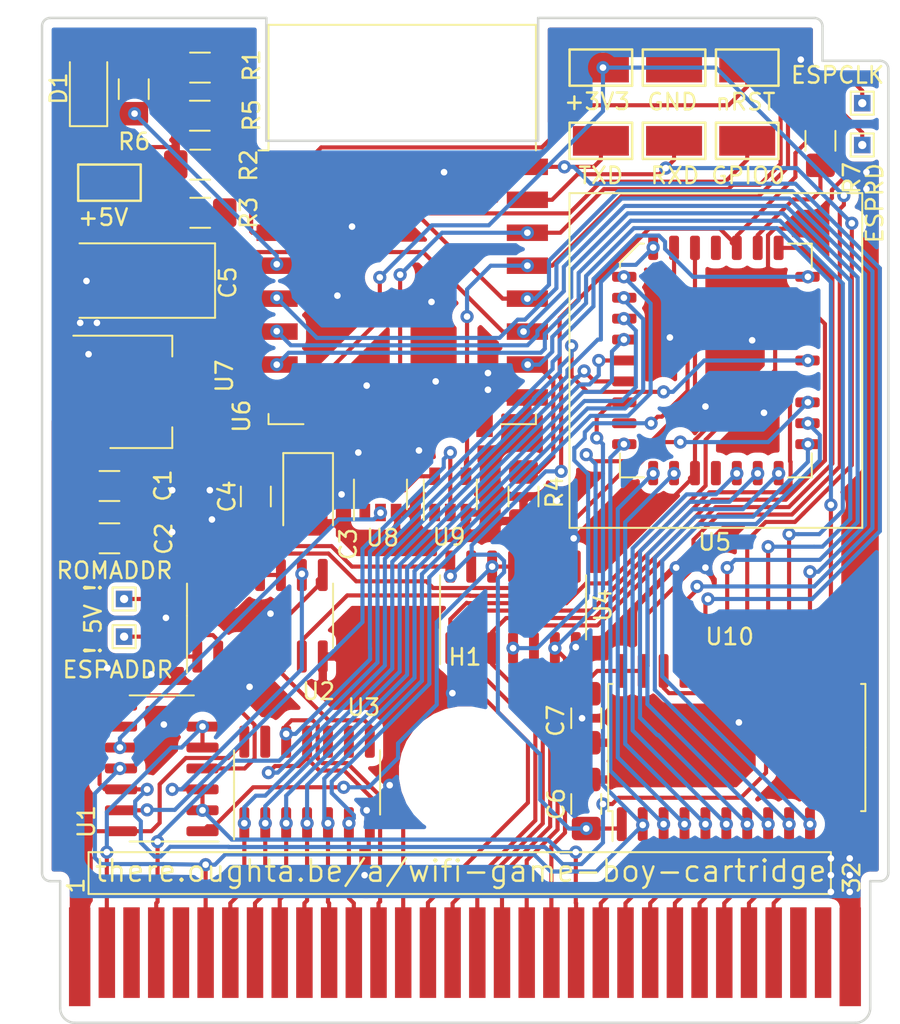
<source format=kicad_pcb>
(kicad_pcb (version 20171130) (host pcbnew 5.1.5+dfsg1-2build2)
  (layers (0 F.Cu signal) (31 B.Cu signal) (34 B.Paste user) (35 F.Paste user) (36 B.SilkS user) (37 F.SilkS user) (38 B.Mask user) (39 F.Mask user) (44 Edge.Cuts user))
  (net 0 "")
  (net 1 +5V)
  (net 2 GND)
  (net 3 +3V3)
  (net 4 "Net-(D1-Pad2)")
  (net 5 nRST)
  (net 6 ESPRD)
  (net 7 ESPCLK)
  (net 8 ESPADDR)
  (net 9 ROMADDR)
  (net 10 "Net-(U1-Pad1)")
  (net 11 A15)
  (net 12 "Net-(U1-Pad4)")
  (net 13 GBCLK)
  (net 14 nESPADDR)
  (net 15 A0)
  (net 16 nROMADDR)
  (net 17 "Net-(U2-Pad6)")
  (net 18 "Net-(U2-Pad5)")
  (net 19 A8)
  (net 20 A7)
  (net 21 A6)
  (net 22 A5)
  (net 23 A4)
  (net 24 A3)
  (net 25 A2)
  (net 26 A1)
  (net 27 A9)
  (net 28 A10)
  (net 29 A11)
  (net 30 A12)
  (net 31 A13)
  (net 32 A14)
  (net 33 D0)
  (net 34 D1)
  (net 35 D2)
  (net 36 D3)
  (net 37 D4)
  (net 38 D5)
  (net 39 D6)
  (net 40 D7)
  (net 41 GBRD)
  (net 42 "Net-(U6-Pad2)")
  (net 43 D7_3V3)
  (net 44 D3_3V3)
  (net 45 D5_3V3)
  (net 46 D6_3V3)
  (net 47 D4_3V3)
  (net 48 D2_3V3)
  (net 49 D0_3V3)
  (net 50 D1_3V3)
  (net 51 "Net-(U8-Pad1)")
  (net 52 "Net-(U9-Pad1)")
  (net 53 "Net-(J1-Pad31)")
  (net 54 "Net-(J1-Pad30)")
  (net 55 "Net-(J1-Pad5)")
  (net 56 "Net-(J1-Pad3)")
  (net 57 "Net-(R6-Pad2)")
  (net 58 "Net-(R7-Pad1)")
  (net 59 "Net-(U6-Pad9)")
  (net 60 "Net-(U6-Pad10)")
  (net 61 "Net-(U6-Pad11)")
  (net 62 "Net-(U6-Pad12)")
  (net 63 "Net-(U6-Pad13)")
  (net 64 "Net-(U6-Pad14)")
  (net 65 ESPRD_3V3)
  (net 66 ESPCLK_3V3)
  (net 67 "Net-(R2-Pad1)")
  (module gameboy:PLCC-32_11.4x14.0mm_P1.27mm_SOCKET (layer F.Cu) (at 168.275 101.6)
    (fp_text reference U5 (at -0.0762 11.0236) (layer F.SilkS))
    (fp_text value 28C256)
    (pad 1 smd roundrect (at 0 -6.8375) (size 0.6 1.475) (layers F.Cu F.Paste F.Mask))
    (pad 2 smd roundrect (at -1.27 -6.8375) (size 0.6 1.475) (layers F.Cu F.Paste F.Mask) (net 32 A14))
    (pad 3 smd roundrect (at -2.54 -6.8375) (size 0.6 1.475) (layers F.Cu F.Paste F.Mask) (net 30 A12))
    (pad 4 smd roundrect (at -3.81 -6.8375) (size 0.6 1.475) (layers F.Cu F.Paste F.Mask) (net 20 A7))
    (pad 5 smd roundrect (at -5.5625 -5.08) (size 1.475 0.6) (layers F.Cu F.Paste F.Mask) (net 21 A6))
    (pad 6 smd roundrect (at -5.5625 -3.81) (size 1.475 0.6) (layers F.Cu F.Paste F.Mask) (net 22 A5))
    (pad 7 smd roundrect (at -5.5625 -2.54) (size 1.475 0.6) (layers F.Cu F.Paste F.Mask) (net 23 A4))
    (pad 8 smd roundrect (at -5.5625 -1.27) (size 1.475 0.6) (layers F.Cu F.Paste F.Mask) (net 24 A3))
    (pad 9 smd roundrect (at -5.5625 0) (size 1.475 0.6) (layers F.Cu F.Paste F.Mask) (net 25 A2))
    (pad 10 smd roundrect (at -5.5625 1.27) (size 1.475 0.6) (layers F.Cu F.Paste F.Mask) (net 26 A1))
    (pad 11 smd roundrect (at -5.5625 2.54) (size 1.475 0.6) (layers F.Cu F.Paste F.Mask) (net 15 A0))
    (pad 12 smd roundrect (at -5.5625 3.81) (size 1.475 0.6) (layers F.Cu F.Paste F.Mask))
    (pad 13 smd roundrect (at -5.5625 5.08) (size 1.475 0.6) (layers F.Cu F.Paste F.Mask) (net 33 D0))
    (pad 14 smd roundrect (at -3.81 6.8375) (size 0.6 1.475) (layers F.Cu F.Paste F.Mask) (net 34 D1))
    (pad 15 smd roundrect (at -2.54 6.8375) (size 0.6 1.475) (layers F.Cu F.Paste F.Mask) (net 35 D2))
    (pad 16 smd roundrect (at -1.27 6.8375) (size 0.6 1.475) (layers F.Cu F.Paste F.Mask) (net 2 GND))
    (pad 17 smd roundrect (at 0 6.8375) (size 0.6 1.475) (layers F.Cu F.Paste F.Mask))
    (pad 18 smd roundrect (at 1.27 6.8375) (size 0.6 1.475) (layers F.Cu F.Paste F.Mask) (net 36 D3))
    (pad 19 smd roundrect (at 2.54 6.8375) (size 0.6 1.475) (layers F.Cu F.Paste F.Mask) (net 37 D4))
    (pad 20 smd roundrect (at 3.81 6.8375) (size 0.6 1.475) (layers F.Cu F.Paste F.Mask) (net 38 D5))
    (pad 21 smd roundrect (at 5.5625 5.08) (size 1.475 0.6) (layers F.Cu F.Paste F.Mask) (net 39 D6))
    (pad 22 smd roundrect (at 5.5625 3.81) (size 1.475 0.6) (layers F.Cu F.Paste F.Mask) (net 40 D7))
    (pad 23 smd roundrect (at 5.5625 2.54) (size 1.475 0.6) (layers F.Cu F.Paste F.Mask) (net 16 nROMADDR))
    (pad 24 smd roundrect (at 5.5625 1.27) (size 1.475 0.6) (layers F.Cu F.Paste F.Mask) (net 28 A10))
    (pad 25 smd roundrect (at 5.5625 0) (size 1.475 0.6) (layers F.Cu F.Paste F.Mask) (net 41 GBRD))
    (pad 26 smd roundrect (at 5.5625 -1.27) (size 1.475 0.6) (layers F.Cu F.Paste F.Mask))
    (pad 27 smd roundrect (at 5.5625 -2.54) (size 1.475 0.6) (layers F.Cu F.Paste F.Mask) (net 29 A11))
    (pad 28 smd roundrect (at 5.5625 -3.81) (size 1.475 0.6) (layers F.Cu F.Paste F.Mask) (net 27 A9))
    (pad 29 smd roundrect (at 5.5625 -5.08) (size 1.475 0.6) (layers F.Cu F.Paste F.Mask) (net 19 A8))
    (pad 30 smd roundrect (at 3.81 -6.8375) (size 0.6 1.475) (layers F.Cu F.Paste F.Mask) (net 31 A13))
    (pad 31 smd roundrect (at 2.54 -6.8375) (size 0.6 1.475) (layers F.Cu F.Paste F.Mask) (net 58 "Net-(R7-Pad1)"))
    (pad 32 smd roundrect (at 1.27 -6.8375) (size 0.6 1.475) (layers F.Cu F.Paste F.Mask) (net 1 +5V))
  )
  (module TestPoint:TestPoint_Keystone_5015_Micro-Minature (layer F.Cu) (at 131.445 90.805)
    (fp_text reference +5V (at -0.381 2.1082) (layer F.SilkS))
    (fp_text value TestPoint)
    (pad 1 smd rect (at 0 0) (size 3.4 1.8) (layers F.Cu F.Paste F.Mask) (net 1 +5V))
  )
  (module Capacitor_Tantalum_SMD:CP_EIA-3528-12_Kemet-T_Pad1.50x2.35mm_HandSolder (layer F.Cu) (at 143.51 109.855 270)
    (fp_text reference C3 (at 2.8956 -2.4384 90) (layer F.SilkS))
    (fp_text value 100uF)
    (pad 2 smd roundrect (at 1.625 0 270) (size 1.5 2.35) (layers F.Cu F.Paste F.Mask) (roundrect_rratio 0.166667) (net 2 GND))
    (pad 1 smd roundrect (at -1.625 0 270) (size 1.5 2.35) (layers F.Cu F.Paste F.Mask) (roundrect_rratio 0.166667) (net 3 +3V3))
  )
  (module Capacitor_SMD:C_1206_3216Metric_Pad1.42x1.75mm_HandSolder (layer F.Cu) (at 160.401 123.317 270)
    (fp_text reference C7 (at 0.1524 1.8542 90) (layer F.SilkS))
    (fp_text value 100nF)
    (pad 2 smd roundrect (at 1.4875 0 270) (size 1.425 1.75) (layers F.Cu F.Paste F.Mask) (roundrect_rratio 0.175439) (net 2 GND))
    (pad 1 smd roundrect (at -1.4875 0 270) (size 1.425 1.75) (layers F.Cu F.Paste F.Mask) (roundrect_rratio 0.175439) (net 3 +3V3))
  )
  (module Capacitor_SMD:C_1206_3216Metric_Pad1.42x1.75mm_HandSolder (layer F.Cu) (at 160.401 128.524 90)
    (fp_text reference C6 (at 0 -1.82 90) (layer F.SilkS))
    (fp_text value 100nF)
    (pad 2 smd roundrect (at 1.4875 0 90) (size 1.425 1.75) (layers F.Cu F.Paste F.Mask) (roundrect_rratio 0.175439) (net 2 GND))
    (pad 1 smd roundrect (at -1.4875 0 90) (size 1.425 1.75) (layers F.Cu F.Paste F.Mask) (roundrect_rratio 0.175439) (net 1 +5V))
  )
  (module Capacitor_Tantalum_SMD:CP_EIA-7343-43_Kemet-X_Pad2.25x2.55mm_HandSolder (layer F.Cu) (at 133.2738 96.7486 180)
    (fp_text reference C5 (at -5.3594 -0.127 90) (layer F.SilkS))
    (fp_text value 680uF)
    (pad 2 smd roundrect (at 3.2 0 180) (size 2.25 2.55) (layers F.Cu F.Paste F.Mask) (roundrect_rratio 0.111111) (net 2 GND))
    (pad 1 smd roundrect (at -3.2 0 180) (size 2.25 2.55) (layers F.Cu F.Paste F.Mask) (roundrect_rratio 0.111111) (net 3 +3V3))
  )
  (module Capacitor_SMD:C_1206_3216Metric_Pad1.42x1.75mm_HandSolder (layer F.Cu) (at 140.335 109.855 270)
    (fp_text reference C4 (at 0 1.7526 90) (layer F.SilkS))
    (fp_text value 100nF)
    (pad 2 smd roundrect (at 1.4875 0 270) (size 1.425 1.75) (layers F.Cu F.Paste F.Mask) (roundrect_rratio 0.175439) (net 2 GND))
    (pad 1 smd roundrect (at -1.4875 0 270) (size 1.425 1.75) (layers F.Cu F.Paste F.Mask) (roundrect_rratio 0.175439) (net 3 +3V3))
  )
  (module Resistor_SMD:R_1206_3216Metric_Pad1.42x1.75mm_HandSolder (layer F.Cu) (at 132.9182 85.1297 270)
    (fp_text reference R6 (at 3.1861 -0.0254 180) (layer F.SilkS))
    (fp_text value 330)
    (pad 2 smd roundrect (at 1.4875 0 270) (size 1.425 1.75) (layers F.Cu F.Paste F.Mask) (roundrect_rratio 0.175439) (net 57 "Net-(R6-Pad2)"))
    (pad 1 smd roundrect (at -1.4875 0 270) (size 1.425 1.75) (layers F.Cu F.Paste F.Mask) (roundrect_rratio 0.175439) (net 4 "Net-(D1-Pad2)"))
  )
  (module LED_SMD:LED_1206_3216Metric (layer F.Cu) (at 130.175 85.09 90)
    (fp_text reference D1 (at 0 -1.82 90) (layer F.SilkS))
    (fp_text value "LED BLUE")
    (pad 2 smd roundrect (at 1.4 0 90) (size 1.25 1.75) (layers F.Cu F.Paste F.Mask) (roundrect_rratio 0.2) (net 4 "Net-(D1-Pad2)"))
    (pad 1 smd roundrect (at -1.4 0 90) (size 1.25 1.75) (layers F.Cu F.Paste F.Mask) (roundrect_rratio 0.2) (net 3 +3V3))
  )
  (module TestPoint:TestPoint_THTPad_1.0x1.0mm_Drill0.5mm (layer F.Cu) (at 132.334 116.078 90)
    (fp_text reference ROMADDR (at 1.7272 -0.5842 180) (layer F.SilkS))
    (fp_text value TestPoint hide)
    (pad 1 thru_hole rect (at 0 0 90) (size 1 1) (drill 0.5) (layers *.Cu *.Mask) (net 9 ROMADDR))
  )
  (module TestPoint:TestPoint_THTPad_1.0x1.0mm_Drill0.5mm (layer F.Cu) (at 132.334 118.364)
    (fp_text reference ESPADDR (at -0.381 2.0066) (layer F.SilkS))
    (fp_text value TestPoint hide)
    (pad 1 thru_hole rect (at 0 0) (size 1 1) (drill 0.5) (layers *.Cu *.Mask) (net 8 ESPADDR))
  )
  (module TestPoint:TestPoint_THTPad_1.0x1.0mm_Drill0.5mm (layer F.Cu) (at 177.165 85.979 270)
    (fp_text reference ESPCLK (at -1.7018 1.4986 180) (layer F.SilkS))
    (fp_text value TestPoint hide)
    (pad 1 thru_hole rect (at 0 0 270) (size 1 1) (drill 0.5) (layers *.Cu *.Mask) (net 66 ESPCLK_3V3))
  )
  (module TestPoint:TestPoint_THTPad_1.0x1.0mm_Drill0.5mm (layer F.Cu) (at 177.165 88.519 90)
    (fp_text reference ESPRD (at -3.5306 0.762 270) (layer F.SilkS))
    (fp_text value TestPoint hide)
    (pad 1 thru_hole rect (at 0 0 90) (size 1 1) (drill 0.5) (layers *.Cu *.Mask) (net 65 ESPRD_3V3))
  )
  (module gameboy:MountingHole_7mm (layer F.Cu) (at 153.035 126.605)
    (fp_text reference H1 (at 0 -7) (layer F.SilkS))
    (fp_text value MountingHole hide)
    (pad "" np_thru_hole circle (at 0 0) (size 7 7) (drill 7) (layers *.Cu *.Mask))
  )
  (module gameboy:cartridge_PCBedge (layer F.Cu) (at 153.035 137.795)
    (fp_text reference J1 hide)
    (fp_text value Conn_01x32 hide)
    (fp_text user 32 (at 23.495 -4.826 90) (layer F.SilkS))
    (fp_text user 1 (at -23.622 -4.318 90) (layer F.SilkS))
    (pad 32 connect rect (at 23.4 0 90) (size 6 1.3) (layers F.Cu F.Mask) (net 2 GND))
    (pad 31 connect rect (at 21.75 -0.25 90) (size 5.5 1) (layers F.Cu F.Mask) (net 53 "Net-(J1-Pad31)"))
    (pad 30 connect rect (at 20.25 -0.25 90) (size 5.5 1) (layers F.Cu F.Mask) (net 54 "Net-(J1-Pad30)"))
    (pad 29 connect rect (at 18.75 -0.25 90) (size 5.5 1) (layers F.Cu F.Mask) (net 40 D7))
    (pad 28 connect rect (at 17.25 -0.25 90) (size 5.5 1) (layers F.Cu F.Mask) (net 39 D6))
    (pad 27 connect rect (at 15.75 -0.25 90) (size 5.5 1) (layers F.Cu F.Mask) (net 38 D5))
    (pad 26 connect rect (at 14.25 -0.25 90) (size 5.5 1) (layers F.Cu F.Mask) (net 37 D4))
    (pad 25 connect rect (at 12.75 -0.25 90) (size 5.5 1) (layers F.Cu F.Mask) (net 36 D3))
    (pad 24 connect rect (at 11.25 -0.25 90) (size 5.5 1) (layers F.Cu F.Mask) (net 35 D2))
    (pad 23 connect rect (at 9.75 -0.25 90) (size 5.5 1) (layers F.Cu F.Mask) (net 34 D1))
    (pad 22 connect rect (at 8.25 -0.25 90) (size 5.5 1) (layers F.Cu F.Mask) (net 33 D0))
    (pad 21 connect rect (at 6.75 -0.25 90) (size 5.5 1) (layers F.Cu F.Mask) (net 11 A15))
    (pad 20 connect rect (at 5.25 -0.25 90) (size 5.5 1) (layers F.Cu F.Mask) (net 32 A14))
    (pad 19 connect rect (at 3.75 -0.25 90) (size 5.5 1) (layers F.Cu F.Mask) (net 31 A13))
    (pad 18 connect rect (at 2.25 -0.25 90) (size 5.5 1) (layers F.Cu F.Mask) (net 30 A12))
    (pad 17 connect rect (at 0.75 -0.25 90) (size 5.5 1) (layers F.Cu F.Mask) (net 29 A11))
    (pad 16 connect rect (at -0.75 -0.25 90) (size 5.5 1) (layers F.Cu F.Mask) (net 28 A10))
    (pad 15 connect rect (at -2.25 -0.25 90) (size 5.5 1) (layers F.Cu F.Mask) (net 27 A9))
    (pad 14 connect rect (at -3.75 -0.25 90) (size 5.5 1) (layers F.Cu F.Mask) (net 19 A8))
    (pad 13 connect rect (at -5.25 -0.25 90) (size 5.5 1) (layers F.Cu F.Mask) (net 20 A7))
    (pad 12 connect rect (at -6.75 -0.25 90) (size 5.5 1) (layers F.Cu F.Mask) (net 21 A6))
    (pad 11 connect rect (at -8.25 -0.25 90) (size 5.5 1) (layers F.Cu F.Mask) (net 22 A5))
    (pad 10 connect rect (at -9.75 -0.25 90) (size 5.5 1) (layers F.Cu F.Mask) (net 23 A4))
    (pad 9 connect rect (at -11.25 -0.25 90) (size 5.5 1) (layers F.Cu F.Mask) (net 24 A3))
    (pad 8 connect rect (at -12.75 -0.25 90) (size 5.5 1) (layers F.Cu F.Mask) (net 25 A2))
    (pad 7 connect rect (at -14.25 -0.25 90) (size 5.5 1) (layers F.Cu F.Mask) (net 26 A1))
    (pad 6 connect rect (at -15.75 -0.25 90) (size 5.5 1) (layers F.Cu F.Mask) (net 15 A0))
    (pad 5 connect rect (at -17.25 -0.25 90) (size 5.5 1) (layers F.Cu F.Mask) (net 55 "Net-(J1-Pad5)"))
    (pad 4 connect rect (at -18.75 -0.25 90) (size 5.5 1) (layers F.Cu F.Mask) (net 41 GBRD))
    (pad 3 connect rect (at -20.25 -0.25 90) (size 5.5 1) (layers F.Cu F.Mask) (net 56 "Net-(J1-Pad3)"))
    (pad 1 connect rect (at -23.4 0 90) (size 6 1.3) (layers F.Cu F.Mask) (net 1 +5V))
    (pad 2 connect rect (at -21.75 -0.25 90) (size 5.5 1) (layers F.Cu F.Mask) (net 13 GBCLK))
  )
  (module Capacitor_SMD:C_1206_3216Metric_Pad1.42x1.75mm_HandSolder (layer F.Cu) (at 131.445 112.395)
    (fp_text reference C1 (at 3.2512 -3.2004 270) (layer F.SilkS))
    (fp_text value 10uF)
    (pad 1 smd roundrect (at -1.4875 0) (size 1.425 1.75) (layers F.Cu F.Paste F.Mask) (roundrect_rratio 0.175439) (net 1 +5V))
    (pad 2 smd roundrect (at 1.4875 0) (size 1.425 1.75) (layers F.Cu F.Paste F.Mask) (roundrect_rratio 0.175439) (net 2 GND))
  )
  (module Capacitor_SMD:C_1206_3216Metric_Pad1.42x1.75mm_HandSolder (layer F.Cu) (at 131.445 109.22)
    (fp_text reference C2 (at 3.302 3.2004 90) (layer F.SilkS))
    (fp_text value 100nF)
    (pad 2 smd roundrect (at 1.4875 0) (size 1.425 1.75) (layers F.Cu F.Paste F.Mask) (roundrect_rratio 0.175439) (net 2 GND))
    (pad 1 smd roundrect (at -1.4875 0) (size 1.425 1.75) (layers F.Cu F.Paste F.Mask) (roundrect_rratio 0.175439) (net 1 +5V))
  )
  (module Resistor_SMD:R_1206_3216Metric_Pad1.42x1.75mm_HandSolder (layer F.Cu) (at 136.9425 83.82)
    (fp_text reference R1 (at 3.1385 -0.127 90) (layer F.SilkS))
    (fp_text value 12k)
    (pad 2 smd roundrect (at 1.4875 0) (size 1.425 1.75) (layers F.Cu F.Paste F.Mask) (roundrect_rratio 0.175439) (net 5 nRST))
    (pad 1 smd roundrect (at -1.4875 0) (size 1.425 1.75) (layers F.Cu F.Paste F.Mask) (roundrect_rratio 0.175439) (net 3 +3V3))
  )
  (module Resistor_SMD:R_1206_3216Metric_Pad1.42x1.75mm_HandSolder (layer F.Cu) (at 136.9568 89.7128 180)
    (fp_text reference R2 (at -2.9464 -0.0508 90) (layer F.SilkS))
    (fp_text value 12k)
    (pad 1 smd roundrect (at -1.4875 0 180) (size 1.425 1.75) (layers F.Cu F.Paste F.Mask) (roundrect_rratio 0.175439) (net 67 "Net-(R2-Pad1)"))
    (pad 2 smd roundrect (at 1.4875 0 180) (size 1.425 1.75) (layers F.Cu F.Paste F.Mask) (roundrect_rratio 0.175439) (net 3 +3V3))
  )
  (module Resistor_SMD:R_1206_3216Metric_Pad1.42x1.75mm_HandSolder (layer F.Cu) (at 136.9568 92.6338)
    (fp_text reference R3 (at 2.9464 0 90) (layer F.SilkS))
    (fp_text value 12k)
    (pad 1 smd roundrect (at -1.4875 0) (size 1.425 1.75) (layers F.Cu F.Paste F.Mask) (roundrect_rratio 0.175439) (net 3 +3V3))
    (pad 2 smd roundrect (at 1.4875 0) (size 1.425 1.75) (layers F.Cu F.Paste F.Mask) (roundrect_rratio 0.175439) (net 48 D2_3V3))
  )
  (module Resistor_SMD:R_1206_3216Metric_Pad1.42x1.75mm_HandSolder (layer F.Cu) (at 156.591 109.855 90)
    (fp_text reference R4 (at 0.254 1.8796 90) (layer F.SilkS))
    (fp_text value 12k)
    (pad 2 smd roundrect (at 1.4875 0 90) (size 1.425 1.75) (layers F.Cu F.Paste F.Mask) (roundrect_rratio 0.175439) (net 43 D7_3V3))
    (pad 1 smd roundrect (at -1.4875 0 90) (size 1.425 1.75) (layers F.Cu F.Paste F.Mask) (roundrect_rratio 0.175439) (net 2 GND))
  )
  (module Resistor_SMD:R_1206_3216Metric_Pad1.42x1.75mm_HandSolder (layer F.Cu) (at 136.9314 86.741)
    (fp_text reference R5 (at 3.1496 -0.0254 90) (layer F.SilkS))
    (fp_text value 12k)
    (pad 2 smd roundrect (at 1.4875 0) (size 1.425 1.75) (layers F.Cu F.Paste F.Mask) (roundrect_rratio 0.175439) (net 49 D0_3V3))
    (pad 1 smd roundrect (at -1.4875 0) (size 1.425 1.75) (layers F.Cu F.Paste F.Mask) (roundrect_rratio 0.175439) (net 3 +3V3))
  )
  (module Resistor_SMD:R_1206_3216Metric_Pad1.42x1.75mm_HandSolder (layer F.Cu) (at 174.625 88.265 90)
    (fp_text reference R7 (at -2.2606 1.905 270) (layer F.SilkS))
    (fp_text value 12k)
    (pad 1 smd roundrect (at -1.4875 0 90) (size 1.425 1.75) (layers F.Cu F.Paste F.Mask) (roundrect_rratio 0.175439) (net 58 "Net-(R7-Pad1)"))
    (pad 2 smd roundrect (at 1.4875 0 90) (size 1.425 1.75) (layers F.Cu F.Paste F.Mask) (roundrect_rratio 0.175439) (net 1 +5V))
  )
  (module TestPoint:TestPoint_Keystone_5015_Micro-Minature (layer F.Cu) (at 161.29 83.82)
    (fp_text reference +3V3 (at -0.2286 2.0574) (layer F.SilkS))
    (fp_text value TestPoint hide)
    (pad 1 smd rect (at 0 0) (size 3.4 1.8) (layers F.Cu F.Paste F.Mask) (net 3 +3V3))
  )
  (module TestPoint:TestPoint_Keystone_5015_Micro-Minature (layer F.Cu) (at 165.735 83.82)
    (fp_text reference GND (at -0.1016 2.0828) (layer F.SilkS))
    (fp_text value TestPoint hide)
    (pad 1 smd rect (at 0 0) (size 3.4 1.8) (layers F.Cu F.Paste F.Mask) (net 2 GND))
  )
  (module TestPoint:TestPoint_Keystone_5015_Micro-Minature (layer F.Cu) (at 161.29 88.265)
    (fp_text reference TXD (at 0 2.1082) (layer F.SilkS))
    (fp_text value TestPoint hide)
    (pad 1 smd rect (at 0 0) (size 3.4 1.8) (layers F.Cu F.Paste F.Mask) (net 50 D1_3V3))
  )
  (module TestPoint:TestPoint_Keystone_5015_Micro-Minature (layer F.Cu) (at 165.735 88.265)
    (fp_text reference RXD (at 0.0508 2.1082) (layer F.SilkS))
    (fp_text value TestPoint hide)
    (pad 1 smd rect (at 0 0) (size 3.4 1.8) (layers F.Cu F.Paste F.Mask) (net 44 D3_3V3))
  )
  (module TestPoint:TestPoint_Keystone_5015_Micro-Minature (layer F.Cu) (at 170.18 83.82)
    (fp_text reference nRST (at -0.1016 2.0828) (layer F.SilkS))
    (fp_text value TestPoint hide)
    (pad 1 smd rect (at 0 0) (size 3.4 1.8) (layers F.Cu F.Paste F.Mask) (net 5 nRST))
  )
  (module TestPoint:TestPoint_Keystone_5015_Micro-Minature (layer F.Cu) (at 170.18 88.265)
    (fp_text reference GPIO0 (at 0.0508 2.1082) (layer F.SilkS))
    (fp_text value TestPoint hide)
    (pad 1 smd rect (at 0 0) (size 3.4 1.8) (layers F.Cu F.Paste F.Mask) (net 49 D0_3V3))
  )
  (module Package_SO:SOIC-14_3.9x8.7mm_P1.27mm (layer F.Cu) (at 134.62 126.365 180)
    (fp_text reference U1 (at 4.572 -3.2258 90) (layer F.SilkS))
    (fp_text value 74AHCT02D)
    (pad 14 smd roundrect (at 2.475 -3.81 180) (size 1.95 0.6) (layers F.Cu F.Paste F.Mask) (net 1 +5V))
    (pad 13 smd roundrect (at 2.475 -2.54 180) (size 1.95 0.6) (layers F.Cu F.Paste F.Mask) (net 6 ESPRD))
    (pad 12 smd roundrect (at 2.475 -1.27 180) (size 1.95 0.6) (layers F.Cu F.Paste F.Mask) (net 14 nESPADDR))
    (pad 11 smd roundrect (at 2.475 0 180) (size 1.95 0.6) (layers F.Cu F.Paste F.Mask) (net 15 A0))
    (pad 10 smd roundrect (at 2.475 1.27 180) (size 1.95 0.6) (layers F.Cu F.Paste F.Mask) (net 7 ESPCLK))
    (pad 9 smd roundrect (at 2.475 2.54 180) (size 1.95 0.6) (layers F.Cu F.Paste F.Mask) (net 14 nESPADDR))
    (pad 8 smd roundrect (at 2.475 3.81 180) (size 1.95 0.6) (layers F.Cu F.Paste F.Mask) (net 12 "Net-(U1-Pad4)"))
    (pad 7 smd roundrect (at -2.475 3.81 180) (size 1.95 0.6) (layers F.Cu F.Paste F.Mask) (net 2 GND))
    (pad 6 smd roundrect (at -2.475 2.54 180) (size 1.95 0.6) (layers F.Cu F.Paste F.Mask) (net 13 GBCLK))
    (pad 5 smd roundrect (at -2.475 1.27 180) (size 1.95 0.6) (layers F.Cu F.Paste F.Mask) (net 13 GBCLK))
    (pad 4 smd roundrect (at -2.475 0 180) (size 1.95 0.6) (layers F.Cu F.Paste F.Mask) (net 12 "Net-(U1-Pad4)"))
    (pad 3 smd roundrect (at -2.475 -1.27 180) (size 1.95 0.6) (layers F.Cu F.Paste F.Mask) (net 11 A15))
    (pad 2 smd roundrect (at -2.475 -2.54 180) (size 1.95 0.6) (layers F.Cu F.Paste F.Mask) (net 11 A15))
    (pad 1 smd roundrect (at -2.475 -3.81 180) (size 1.95 0.6) (layers F.Cu F.Paste F.Mask) (net 10 "Net-(U1-Pad1)"))
  )
  (module Package_SO:SOIC-14_3.9x8.7mm_P1.27mm (layer F.Cu) (at 140.589 117.094 90)
    (fp_text reference U2 (at -4.5974 3.556 180) (layer F.SilkS))
    (fp_text value 74AHCT02D)
    (pad 1 smd roundrect (at -2.475 -3.81 90) (size 1.95 0.6) (layers F.Cu F.Paste F.Mask) (net 14 nESPADDR))
    (pad 2 smd roundrect (at -2.475 -2.54 90) (size 1.95 0.6) (layers F.Cu F.Paste F.Mask) (net 8 ESPADDR))
    (pad 3 smd roundrect (at -2.475 -1.27 90) (size 1.95 0.6) (layers F.Cu F.Paste F.Mask) (net 8 ESPADDR))
    (pad 4 smd roundrect (at -2.475 0 90) (size 1.95 0.6) (layers F.Cu F.Paste F.Mask) (net 8 ESPADDR))
    (pad 5 smd roundrect (at -2.475 1.27 90) (size 1.95 0.6) (layers F.Cu F.Paste F.Mask) (net 18 "Net-(U2-Pad5)"))
    (pad 6 smd roundrect (at -2.475 2.54 90) (size 1.95 0.6) (layers F.Cu F.Paste F.Mask) (net 17 "Net-(U2-Pad6)"))
    (pad 7 smd roundrect (at -2.475 3.81 90) (size 1.95 0.6) (layers F.Cu F.Paste F.Mask) (net 2 GND))
    (pad 8 smd roundrect (at 2.475 3.81 90) (size 1.95 0.6) (layers F.Cu F.Paste F.Mask) (net 8 ESPADDR))
    (pad 9 smd roundrect (at 2.475 2.54 90) (size 1.95 0.6) (layers F.Cu F.Paste F.Mask) (net 11 A15))
    (pad 10 smd roundrect (at 2.475 1.27 90) (size 1.95 0.6) (layers F.Cu F.Paste F.Mask) (net 9 ROMADDR))
    (pad 11 smd roundrect (at 2.475 0 90) (size 1.95 0.6) (layers F.Cu F.Paste F.Mask) (net 9 ROMADDR))
    (pad 12 smd roundrect (at 2.475 -1.27 90) (size 1.95 0.6) (layers F.Cu F.Paste F.Mask) (net 9 ROMADDR))
    (pad 13 smd roundrect (at 2.475 -2.54 90) (size 1.95 0.6) (layers F.Cu F.Paste F.Mask) (net 16 nROMADDR))
    (pad 14 smd roundrect (at 2.475 -3.81 90) (size 1.95 0.6) (layers F.Cu F.Paste F.Mask) (net 1 +5V))
  )
  (module Package_SO:SOIC-14_3.9x8.7mm_P1.27mm (layer F.Cu) (at 143.4465 127.2159 90)
    (fp_text reference U3 (at 4.5593 3.4417 180) (layer F.SilkS))
    (fp_text value 74AHCT30D)
    (pad 14 smd roundrect (at 2.475 -3.81 90) (size 1.95 0.6) (layers F.Cu F.Paste F.Mask) (net 1 +5V))
    (pad 13 smd roundrect (at 2.475 -2.54 90) (size 1.95 0.6) (layers F.Cu F.Paste F.Mask))
    (pad 12 smd roundrect (at 2.475 -1.27 90) (size 1.95 0.6) (layers F.Cu F.Paste F.Mask) (net 19 A8))
    (pad 11 smd roundrect (at 2.475 0 90) (size 1.95 0.6) (layers F.Cu F.Paste F.Mask) (net 20 A7))
    (pad 10 smd roundrect (at 2.475 1.27 90) (size 1.95 0.6) (layers F.Cu F.Paste F.Mask))
    (pad 9 smd roundrect (at 2.475 2.54 90) (size 1.95 0.6) (layers F.Cu F.Paste F.Mask))
    (pad 8 smd roundrect (at 2.475 3.81 90) (size 1.95 0.6) (layers F.Cu F.Paste F.Mask) (net 18 "Net-(U2-Pad5)"))
    (pad 7 smd roundrect (at -2.475 3.81 90) (size 1.95 0.6) (layers F.Cu F.Paste F.Mask) (net 2 GND))
    (pad 6 smd roundrect (at -2.475 2.54 90) (size 1.95 0.6) (layers F.Cu F.Paste F.Mask) (net 21 A6))
    (pad 5 smd roundrect (at -2.475 1.27 90) (size 1.95 0.6) (layers F.Cu F.Paste F.Mask) (net 22 A5))
    (pad 4 smd roundrect (at -2.475 0 90) (size 1.95 0.6) (layers F.Cu F.Paste F.Mask) (net 23 A4))
    (pad 3 smd roundrect (at -2.475 -1.27 90) (size 1.95 0.6) (layers F.Cu F.Paste F.Mask) (net 24 A3))
    (pad 2 smd roundrect (at -2.475 -2.54 90) (size 1.95 0.6) (layers F.Cu F.Paste F.Mask) (net 25 A2))
    (pad 1 smd roundrect (at -2.475 -3.81 90) (size 1.95 0.6) (layers F.Cu F.Paste F.Mask) (net 26 A1))
  )
  (module Package_SO:SOIC-14_3.9x8.7mm_P1.27mm (layer F.Cu) (at 155.956 116.586 90)
    (fp_text reference U4 (at 0.127 5.461 90) (layer F.SilkS))
    (fp_text value 74AHCT30D)
    (pad 1 smd roundrect (at -2.475 -3.81 90) (size 1.95 0.6) (layers F.Cu F.Paste F.Mask) (net 27 A9))
    (pad 2 smd roundrect (at -2.475 -2.54 90) (size 1.95 0.6) (layers F.Cu F.Paste F.Mask) (net 28 A10))
    (pad 3 smd roundrect (at -2.475 -1.27 90) (size 1.95 0.6) (layers F.Cu F.Paste F.Mask) (net 29 A11))
    (pad 4 smd roundrect (at -2.475 0 90) (size 1.95 0.6) (layers F.Cu F.Paste F.Mask) (net 30 A12))
    (pad 5 smd roundrect (at -2.475 1.27 90) (size 1.95 0.6) (layers F.Cu F.Paste F.Mask) (net 31 A13))
    (pad 6 smd roundrect (at -2.475 2.54 90) (size 1.95 0.6) (layers F.Cu F.Paste F.Mask) (net 32 A14))
    (pad 7 smd roundrect (at -2.475 3.81 90) (size 1.95 0.6) (layers F.Cu F.Paste F.Mask) (net 2 GND))
    (pad 8 smd roundrect (at 2.475 3.81 90) (size 1.95 0.6) (layers F.Cu F.Paste F.Mask) (net 17 "Net-(U2-Pad6)"))
    (pad 9 smd roundrect (at 2.475 2.54 90) (size 1.95 0.6) (layers F.Cu F.Paste F.Mask))
    (pad 10 smd roundrect (at 2.475 1.27 90) (size 1.95 0.6) (layers F.Cu F.Paste F.Mask))
    (pad 11 smd roundrect (at 2.475 0 90) (size 1.95 0.6) (layers F.Cu F.Paste F.Mask) (net 10 "Net-(U1-Pad1)"))
    (pad 12 smd roundrect (at 2.475 -1.27 90) (size 1.95 0.6) (layers F.Cu F.Paste F.Mask) (net 10 "Net-(U1-Pad1)"))
    (pad 13 smd roundrect (at 2.475 -2.54 90) (size 1.95 0.6) (layers F.Cu F.Paste F.Mask))
    (pad 14 smd roundrect (at 2.475 -3.81 90) (size 1.95 0.6) (layers F.Cu F.Paste F.Mask) (net 1 +5V))
  )
  (module RF_Module:ESP-12E (layer F.Cu) (at 149.225 93.345)
    (fp_text reference U6 (at -9.7536 11.6332 270) (layer F.SilkS))
    (fp_text value ESP-12F)
    (pad 1 smd rect (at -7.6 -3.5) (size 2.5 1) (layers F.Cu F.Paste F.Mask) (net 5 nRST))
    (pad 2 smd rect (at -7.6 -1.5) (size 2.5 1) (layers F.Cu F.Paste F.Mask) (net 42 "Net-(U6-Pad2)"))
    (pad 3 smd rect (at -7.6 0.5) (size 2.5 1) (layers F.Cu F.Paste F.Mask) (net 67 "Net-(R2-Pad1)"))
    (pad 4 smd rect (at -7.6 2.5) (size 2.5 1) (layers F.Cu F.Paste F.Mask) (net 57 "Net-(R6-Pad2)"))
    (pad 5 smd rect (at -7.6 4.5) (size 2.5 1) (layers F.Cu F.Paste F.Mask) (net 46 D6_3V3))
    (pad 6 smd rect (at -7.6 6.5) (size 2.5 1) (layers F.Cu F.Paste F.Mask) (net 47 D4_3V3))
    (pad 7 smd rect (at -7.6 8.5) (size 2.5 1) (layers F.Cu F.Paste F.Mask) (net 45 D5_3V3))
    (pad 8 smd rect (at -7.6 10.5) (size 2.5 1) (layers F.Cu F.Paste F.Mask) (net 3 +3V3))
    (pad 9 smd rect (at -5 12) (size 1 1.8) (layers F.Cu F.Paste F.Mask) (net 59 "Net-(U6-Pad9)"))
    (pad 10 smd rect (at -3 12) (size 1 1.8) (layers F.Cu F.Paste F.Mask) (net 60 "Net-(U6-Pad10)"))
    (pad 11 smd rect (at -1 12) (size 1 1.8) (layers F.Cu F.Paste F.Mask) (net 61 "Net-(U6-Pad11)"))
    (pad 12 smd rect (at 1 12) (size 1 1.8) (layers F.Cu F.Paste F.Mask) (net 62 "Net-(U6-Pad12)"))
    (pad 13 smd rect (at 3 12) (size 1 1.8) (layers F.Cu F.Paste F.Mask) (net 63 "Net-(U6-Pad13)"))
    (pad 14 smd rect (at 5 12) (size 1 1.8) (layers F.Cu F.Paste F.Mask) (net 64 "Net-(U6-Pad14)"))
    (pad 15 smd rect (at 7.6 10.5) (size 2.5 1) (layers F.Cu F.Paste F.Mask) (net 2 GND))
    (pad 16 smd rect (at 7.6 8.5) (size 2.5 1) (layers F.Cu F.Paste F.Mask) (net 43 D7_3V3))
    (pad 17 smd rect (at 7.6 6.5) (size 2.5 1) (layers F.Cu F.Paste F.Mask) (net 48 D2_3V3))
    (pad 18 smd rect (at 7.6 4.5) (size 2.5 1) (layers F.Cu F.Paste F.Mask) (net 49 D0_3V3))
    (pad 19 smd rect (at 7.6 2.5) (size 2.5 1) (layers F.Cu F.Paste F.Mask) (net 65 ESPRD_3V3))
    (pad 20 smd rect (at 7.6 0.5) (size 2.5 1) (layers F.Cu F.Paste F.Mask) (net 66 ESPCLK_3V3))
    (pad 21 smd rect (at 7.6 -1.5) (size 2.5 1) (layers F.Cu F.Paste F.Mask) (net 44 D3_3V3))
    (pad 22 smd rect (at 7.6 -3.5) (size 2.5 1) (layers F.Cu F.Paste F.Mask) (net 50 D1_3V3))
  )
  (module Package_TO_SOT_SMD:SOT-223-3_TabPin2 (layer F.Cu) (at 133.35 103.505)
    (fp_text reference U7 (at 5.08 -0.9652 90) (layer F.SilkS))
    (fp_text value NCP1117-3.3_SOT223)
    (pad 2 smd rect (at 3.15 0) (size 2 3.8) (layers F.Cu F.Paste F.Mask) (net 3 +3V3))
    (pad 2 smd rect (at -3.15 0) (size 2 1.5) (layers F.Cu F.Paste F.Mask) (net 3 +3V3))
    (pad 3 smd rect (at -3.15 2.3) (size 2 1.5) (layers F.Cu F.Paste F.Mask) (net 1 +5V))
    (pad 1 smd rect (at -3.15 -2.3) (size 2 1.5) (layers F.Cu F.Paste F.Mask) (net 2 GND))
  )
  (module Package_TO_SOT_SMD:SOT-23-5 (layer F.Cu) (at 147.9042 109.728 90)
    (fp_text reference U8 (at -2.6416 0.127) (layer F.SilkS))
    (fp_text value SN74LV1T34DBV hide)
    (pad 5 smd rect (at 1.1 -0.95 90) (size 1.06 0.65) (layers F.Cu F.Paste F.Mask) (net 3 +3V3))
    (pad 4 smd rect (at 1.1 0.95 90) (size 1.06 0.65) (layers F.Cu F.Paste F.Mask) (net 66 ESPCLK_3V3))
    (pad 3 smd rect (at -1.1 0.95 90) (size 1.06 0.65) (layers F.Cu F.Paste F.Mask) (net 2 GND))
    (pad 2 smd rect (at -1.1 0 90) (size 1.06 0.65) (layers F.Cu F.Paste F.Mask) (net 7 ESPCLK))
    (pad 1 smd rect (at -1.1 -0.95 90) (size 1.06 0.65) (layers F.Cu F.Paste F.Mask) (net 51 "Net-(U8-Pad1)"))
  )
  (module Package_TO_SOT_SMD:SOT-23-5 (layer F.Cu) (at 152.146 109.728 90)
    (fp_text reference U9 (at -2.5908 -0.0762) (layer F.SilkS))
    (fp_text value SN74LV1T34DBV hide)
    (pad 1 smd rect (at -1.1 -0.95 90) (size 1.06 0.65) (layers F.Cu F.Paste F.Mask) (net 52 "Net-(U9-Pad1)"))
    (pad 2 smd rect (at -1.1 0 90) (size 1.06 0.65) (layers F.Cu F.Paste F.Mask) (net 6 ESPRD))
    (pad 3 smd rect (at -1.1 0.95 90) (size 1.06 0.65) (layers F.Cu F.Paste F.Mask) (net 2 GND))
    (pad 4 smd rect (at 1.1 0.95 90) (size 1.06 0.65) (layers F.Cu F.Paste F.Mask) (net 65 ESPRD_3V3))
    (pad 5 smd rect (at 1.1 -0.95 90) (size 1.06 0.65) (layers F.Cu F.Paste F.Mask) (net 3 +3V3))
  )
  (module Package_SO:SOIC-24W_7.5x15.4mm_P1.27mm (layer F.Cu) (at 169.545 125.095 90)
    (fp_text reference U10 (at 6.731 -0.4318 180) (layer F.SilkS))
    (fp_text value SN74LVC4245ADWRG4)
    (pad 1 smd roundrect (at -4.65 -6.985 90) (size 2.05 0.6) (layers F.Cu F.Paste F.Mask) (net 1 +5V))
    (pad 2 smd roundrect (at -4.65 -5.715 90) (size 2.05 0.6) (layers F.Cu F.Paste F.Mask) (net 15 A0))
    (pad 3 smd roundrect (at -4.65 -4.445 90) (size 2.05 0.6) (layers F.Cu F.Paste F.Mask) (net 33 D0))
    (pad 4 smd roundrect (at -4.65 -3.175 90) (size 2.05 0.6) (layers F.Cu F.Paste F.Mask) (net 34 D1))
    (pad 5 smd roundrect (at -4.65 -1.905 90) (size 2.05 0.6) (layers F.Cu F.Paste F.Mask) (net 35 D2))
    (pad 6 smd roundrect (at -4.65 -0.635 90) (size 2.05 0.6) (layers F.Cu F.Paste F.Mask) (net 36 D3))
    (pad 7 smd roundrect (at -4.65 0.635 90) (size 2.05 0.6) (layers F.Cu F.Paste F.Mask) (net 37 D4))
    (pad 8 smd roundrect (at -4.65 1.905 90) (size 2.05 0.6) (layers F.Cu F.Paste F.Mask) (net 38 D5))
    (pad 9 smd roundrect (at -4.65 3.175 90) (size 2.05 0.6) (layers F.Cu F.Paste F.Mask) (net 39 D6))
    (pad 10 smd roundrect (at -4.65 4.445 90) (size 2.05 0.6) (layers F.Cu F.Paste F.Mask) (net 40 D7))
    (pad 11 smd roundrect (at -4.65 5.715 90) (size 2.05 0.6) (layers F.Cu F.Paste F.Mask) (net 2 GND))
    (pad 12 smd roundrect (at -4.65 6.985 90) (size 2.05 0.6) (layers F.Cu F.Paste F.Mask) (net 2 GND))
    (pad 13 smd roundrect (at 4.65 6.985 90) (size 2.05 0.6) (layers F.Cu F.Paste F.Mask) (net 2 GND))
    (pad 14 smd roundrect (at 4.65 5.715 90) (size 2.05 0.6) (layers F.Cu F.Paste F.Mask) (net 43 D7_3V3))
    (pad 15 smd roundrect (at 4.65 4.445 90) (size 2.05 0.6) (layers F.Cu F.Paste F.Mask) (net 46 D6_3V3))
    (pad 16 smd roundrect (at 4.65 3.175 90) (size 2.05 0.6) (layers F.Cu F.Paste F.Mask) (net 45 D5_3V3))
    (pad 17 smd roundrect (at 4.65 1.905 90) (size 2.05 0.6) (layers F.Cu F.Paste F.Mask) (net 47 D4_3V3))
    (pad 18 smd roundrect (at 4.65 0.635 90) (size 2.05 0.6) (layers F.Cu F.Paste F.Mask) (net 44 D3_3V3))
    (pad 19 smd roundrect (at 4.65 -0.635 90) (size 2.05 0.6) (layers F.Cu F.Paste F.Mask) (net 48 D2_3V3))
    (pad 20 smd roundrect (at 4.65 -1.905 90) (size 2.05 0.6) (layers F.Cu F.Paste F.Mask) (net 50 D1_3V3))
    (pad 21 smd roundrect (at 4.65 -3.175 90) (size 2.05 0.6) (layers F.Cu F.Paste F.Mask) (net 49 D0_3V3))
    (pad 22 smd roundrect (at 4.65 -4.445 90) (size 2.05 0.6) (layers F.Cu F.Paste F.Mask) (net 14 nESPADDR))
    (pad 23 smd roundrect (at 4.65 -5.715 90) (size 2.05 0.6) (layers F.Cu F.Paste F.Mask) (net 3 +3V3))
    (pad 24 smd roundrect (at 4.65 -6.985 90) (size 2.05 0.6) (layers F.Cu F.Paste F.Mask) (net 3 +3V3))
  )
  (gr_line (start 175.26 131.445) (end 130.175 131.445) (layer F.SilkS) (width 0.12))
  (gr_line (start 175.26 133.985) (end 175.26 131.445) (layer F.SilkS) (width 0.12))
  (gr_line (start 130.175 133.985) (end 175.26 133.985) (layer F.SilkS) (width 0.12))
  (gr_line (start 130.175 131.445) (end 130.175 133.985) (layer F.SilkS) (width 0.12))
  (gr_text "! 5V !" (at 130.4544 117.2972 90) (layer F.SilkS) (effects (font (size 1 1))))
  (gr_text there.oughta.be/a/wifi-game-boy-cartridge (at 152.781 132.588) (layer F.SilkS) (effects (font (size 1.3 1.3))))
  (gr_line (start 140.97 88.265) (end 157.48 88.265) (angle 90) (layer Edge.Cuts) (width 0.15))
  (gr_line (start 157.48 88.265) (end 157.48 80.806593) (angle 90) (layer Edge.Cuts) (width 0.15))
  (gr_line (start 157.48 80.806593) (end 174.24876 80.806593) (angle 90) (layer Edge.Cuts) (width 0.15))
  (gr_line (start 140.97 80.806593) (end 140.97 88.265) (angle 90) (layer Edge.Cuts) (width 0.15))
  (gr_arc (start 127.84876 81.306593) (end 127.84876 80.806593) (angle -90) (layer Edge.Cuts) (width 0.15))
  (gr_arc (start 174.24876 81.306593) (end 174.74876 81.306593) (angle -90) (layer Edge.Cuts) (width 0.15))
  (gr_arc (start 178.24876 83.906593) (end 178.74876 83.906593) (angle -90) (layer Edge.Cuts) (width 0.15))
  (gr_arc (start 178.24876 132.706593) (end 178.24876 133.206593) (angle -90) (layer Edge.Cuts) (width 0.15))
  (gr_arc (start 129.34876 140.906593) (end 128.44876 140.906593) (angle -90) (layer Edge.Cuts) (width 0.15))
  (gr_line (start 178.74876 132.706593) (end 178.74876 83.906593) (angle 90) (layer Edge.Cuts) (width 0.15))
  (gr_line (start 128.44876 140.906593) (end 128.44876 133.206593) (angle 90) (layer Edge.Cuts) (width 0.15))
  (gr_line (start 128.44876 133.206593) (end 127.84876 133.206593) (angle 90) (layer Edge.Cuts) (width 0.15))
  (gr_line (start 127.34876 132.706593) (end 127.34876 81.306593) (angle 90) (layer Edge.Cuts) (width 0.15))
  (gr_line (start 178.24876 83.406593) (end 174.74876 83.406593) (angle 90) (layer Edge.Cuts) (width 0.15))
  (gr_line (start 127.84876 80.806593) (end 140.97 80.806593) (angle 90) (layer Edge.Cuts) (width 0.15))
  (gr_arc (start 127.84876 132.706593) (end 127.34876 132.706593) (angle -90) (layer Edge.Cuts) (width 0.15))
  (gr_line (start 129.34876 141.806593) (end 176.74876 141.806593) (angle 90) (layer Edge.Cuts) (width 0.15))
  (gr_line (start 177.64876 140.906593) (end 177.64876 133.206593) (angle 90) (layer Edge.Cuts) (width 0.15))
  (gr_line (start 177.64876 133.206593) (end 178.24876 133.206593) (angle 90) (layer Edge.Cuts) (width 0.15))
  (gr_line (start 174.74876 81.306593) (end 174.74876 83.406593) (angle 90) (layer Edge.Cuts) (width 0.15))
  (gr_arc (start 176.74876 140.906593) (end 176.74876 141.806593) (angle -90) (layer Edge.Cuts) (width 0.15))
  (via (at 152.146 114.681) (size 0.8) (drill 0.4) (layers F.Cu B.Cu) (net 1))
  (segment (start 129.245 90.805) (end 128.397 91.653) (width 0.5) (layer F.Cu) (net 1))
  (segment (start 131.445 90.805) (end 129.245 90.805) (width 0.5) (layer F.Cu) (net 1))
  (segment (start 128.397 91.653) (end 128.397 105.791) (width 0.5) (layer F.Cu) (net 1))
  (segment (start 162.2935 130.0115) (end 162.56 129.745) (width 0.25) (layer F.Cu) (net 1))
  (segment (start 160.401 130.0115) (end 160.401 130.0115) (width 0.25) (layer F.Cu) (net 1))
  (segment (start 169.545 94.025) (end 169.545 94.7625) (width 0.25) (layer F.Cu) (net 1))
  (segment (start 173.10502 89.00998) (end 173.10502 90.46498) (width 0.25) (layer F.Cu) (net 1))
  (segment (start 173.10502 90.46498) (end 169.545 94.025) (width 0.25) (layer F.Cu) (net 1))
  (segment (start 174.625 87.49) (end 173.10502 89.00998) (width 0.25) (layer F.Cu) (net 1))
  (segment (start 174.625 86.7775) (end 174.625 87.49) (width 0.25) (layer F.Cu) (net 1))
  (segment (start 136.779 114.619) (end 129.729 114.619) (width 0.25) (layer F.Cu) (net 1))
  (segment (start 132.145 130.175) (end 129.921 130.175) (width 0.25) (layer F.Cu) (net 1))
  (segment (start 138.6474 125.73) (end 139.6365 124.7409) (width 0.25) (layer F.Cu) (net 1))
  (segment (start 136.083232 125.73) (end 138.6474 125.73) (width 0.25) (layer F.Cu) (net 1))
  (segment (start 133.985 130.175) (end 134.493 129.667) (width 0.25) (layer F.Cu) (net 1))
  (segment (start 134.493 127.320232) (end 136.083232 125.73) (width 0.25) (layer F.Cu) (net 1))
  (segment (start 134.493 129.667) (end 134.493 127.320232) (width 0.25) (layer F.Cu) (net 1))
  (segment (start 132.145 130.175) (end 133.985 130.175) (width 0.25) (layer F.Cu) (net 1))
  (segment (start 152.146 114.111) (end 146.174178 114.111) (width 0.25) (layer F.Cu) (net 1))
  (segment (start 146.174178 114.111) (end 144.932158 112.86898) (width 0.25) (layer F.Cu) (net 1))
  (segment (start 136.779 113.644) (end 136.779 114.619) (width 0.25) (layer F.Cu) (net 1))
  (segment (start 137.55402 112.86898) (end 136.779 113.644) (width 0.25) (layer F.Cu) (net 1))
  (segment (start 144.932158 112.86898) (end 137.55402 112.86898) (width 0.25) (layer F.Cu) (net 1))
  (segment (start 160.401 130.0115) (end 162.2935 130.0115) (width 0.25) (layer F.Cu) (net 1))
  (via (at 160.401 130.0115) (size 0.8) (drill 0.4) (layers F.Cu B.Cu) (net 1))
  (segment (start 155.034001 122.942999) (end 157.607 125.515998) (width 0.25) (layer B.Cu) (net 1))
  (segment (start 155.411001 114.459001) (end 155.034001 114.836001) (width 0.25) (layer B.Cu) (net 1))
  (segment (start 155.411001 113.762999) (end 155.411001 114.459001) (width 0.25) (layer B.Cu) (net 1))
  (segment (start 155.034001 114.836001) (end 155.034001 122.942999) (width 0.25) (layer B.Cu) (net 1))
  (segment (start 155.034001 113.385999) (end 155.411001 113.762999) (width 0.25) (layer B.Cu) (net 1))
  (segment (start 153.441001 113.385999) (end 155.034001 113.385999) (width 0.25) (layer B.Cu) (net 1))
  (segment (start 152.146 114.681) (end 153.441001 113.385999) (width 0.25) (layer B.Cu) (net 1))
  (segment (start 157.607 125.515998) (end 157.607 128.27) (width 0.25) (layer B.Cu) (net 1))
  (segment (start 159.3485 130.0115) (end 160.401 130.0115) (width 0.25) (layer B.Cu) (net 1))
  (segment (start 157.607 128.27) (end 159.3485 130.0115) (width 0.25) (layer B.Cu) (net 1))
  (segment (start 164.219232 93.599) (end 158.786999 99.031233) (width 0.25) (layer F.Cu) (net 1))
  (segment (start 168.520768 93.599) (end 164.219232 93.599) (width 0.25) (layer F.Cu) (net 1))
  (segment (start 158.786999 99.031233) (end 158.786999 102.593904) (width 0.25) (layer F.Cu) (net 1))
  (segment (start 169.245 94.323232) (end 168.520768 93.599) (width 0.25) (layer F.Cu) (net 1))
  (segment (start 169.245 94.4625) (end 169.245 94.323232) (width 0.25) (layer F.Cu) (net 1))
  (segment (start 158.786999 102.593904) (end 158.877 102.683905) (width 0.25) (layer F.Cu) (net 1))
  (segment (start 169.545 94.7625) (end 169.245 94.4625) (width 0.25) (layer F.Cu) (net 1))
  (segment (start 158.877 102.683905) (end 158.877 108.331) (width 0.25) (layer F.Cu) (net 1))
  (segment (start 158.877 108.331) (end 158.877 108.331) (width 0.25) (layer F.Cu) (net 1))
  (via (at 158.877 108.331) (size 0.8) (drill 0.4) (layers F.Cu B.Cu) (net 1))
  (segment (start 153.441001 112.820997) (end 153.441001 113.385999) (width 0.25) (layer B.Cu) (net 1))
  (segment (start 157.930998 108.331) (end 153.441001 112.820997) (width 0.25) (layer B.Cu) (net 1))
  (segment (start 158.877 108.331) (end 157.930998 108.331) (width 0.25) (layer B.Cu) (net 1))
  (via (at 159.766 118.999) (size 0.8) (drill 0.4) (layers F.Cu B.Cu) (net 2))
  (via (at 130.048 96.774) (size 0.8) (drill 0.4) (layers F.Cu B.Cu) (net 2))
  (via (at 130.175 101.219) (size 0.8) (drill 0.4) (layers F.Cu B.Cu) (net 2))
  (via (at 176.403 133.858) (size 0.8) (drill 0.4) (layers F.Cu B.Cu) (net 2))
  (via (at 175.26 133.858) (size 0.8) (drill 0.4) (layers F.Cu B.Cu) (net 2))
  (via (at 175.26 132.842) (size 0.8) (drill 0.4) (layers F.Cu B.Cu) (net 2))
  (via (at 176.403 132.842) (size 0.8) (drill 0.4) (layers F.Cu B.Cu) (net 2))
  (via (at 176.403 131.826) (size 0.8) (drill 0.4) (layers F.Cu B.Cu) (net 2))
  (via (at 175.26 131.826) (size 0.8) (drill 0.4) (layers F.Cu B.Cu) (net 2))
  (via (at 177.419 90.17) (size 0.8) (drill 0.4) (layers F.Cu B.Cu) (net 2))
  (segment (start 167.005 107.7) (end 167.005 108.4375) (width 0.25) (layer F.Cu) (net 2))
  (segment (start 167.005 106.42318) (end 167.005 107.7) (width 0.25) (layer F.Cu) (net 2))
  (segment (start 167.64 105.78818) (end 167.005 106.42318) (width 0.25) (layer F.Cu) (net 2))
  (segment (start 167.64 103.211822) (end 167.64 104.394) (width 0.25) (layer F.Cu) (net 2))
  (segment (start 171.44001 93.998222) (end 171.44001 99.411812) (width 0.25) (layer F.Cu) (net 2))
  (segment (start 171.44001 99.411812) (end 170.477911 100.373911) (width 0.25) (layer F.Cu) (net 2))
  (segment (start 171.839232 93.599) (end 171.44001 93.998222) (width 0.25) (layer F.Cu) (net 2))
  (segment (start 170.477911 100.373911) (end 167.64 103.211822) (width 0.25) (layer F.Cu) (net 2))
  (via (at 170.477911 100.373911) (size 0.8) (drill 0.4) (layers F.Cu B.Cu) (net 2))
  (segment (start 167.64 104.394) (end 167.64 105.78818) (width 0.25) (layer F.Cu) (net 2))
  (via (at 167.64 104.394) (size 0.8) (drill 0.4) (layers F.Cu B.Cu) (net 2))
  (via (at 177.419 91.186) (size 0.8) (drill 0.4) (layers F.Cu B.Cu) (net 2))
  (via (at 151.765 90.17) (size 0.8) (drill 0.4) (layers F.Cu B.Cu) (net 2))
  (via (at 146.177 93.472) (size 0.8) (drill 0.4) (layers F.Cu B.Cu) (net 2))
  (via (at 151.257 102.87) (size 0.8) (drill 0.4) (layers F.Cu B.Cu) (net 2))
  (via (at 151.003 98.044) (size 0.8) (drill 0.4) (layers F.Cu B.Cu) (net 2))
  (via (at 145.288 97.663) (size 0.8) (drill 0.4) (layers F.Cu B.Cu) (net 2))
  (via (at 147.066 103.124) (size 0.8) (drill 0.4) (layers F.Cu B.Cu) (net 2))
  (via (at 154.432 102.362) (size 0.8) (drill 0.4) (layers F.Cu B.Cu) (net 2))
  (via (at 150.241 107.061) (size 0.8) (drill 0.4) (layers F.Cu B.Cu) (net 2))
  (via (at 146.558 107.188) (size 0.8) (drill 0.4) (layers F.Cu B.Cu) (net 2))
  (via (at 145.542 109.728) (size 0.8) (drill 0.4) (layers F.Cu B.Cu) (net 2))
  (via (at 137.668 111.252) (size 0.8) (drill 0.4) (layers F.Cu B.Cu) (net 2))
  (via (at 135.255 112.014) (size 0.8) (drill 0.4) (layers F.Cu B.Cu) (net 2))
  (via (at 135.255 109.474) (size 0.8) (drill 0.4) (layers F.Cu B.Cu) (net 2))
  (via (at 137.541 109.474) (size 0.8) (drill 0.4) (layers F.Cu B.Cu) (net 2))
  (via (at 134.874 117.221) (size 0.8) (drill 0.4) (layers F.Cu B.Cu) (net 2))
  (via (at 131.318 120.269) (size 0.8) (drill 0.4) (layers F.Cu B.Cu) (net 2))
  (via (at 133.985 120.65) (size 0.8) (drill 0.4) (layers F.Cu B.Cu) (net 2))
  (via (at 141.224 116.967) (size 0.8) (drill 0.4) (layers F.Cu B.Cu) (net 2))
  (via (at 134.747 123.698) (size 0.8) (drill 0.4) (layers F.Cu B.Cu) (net 2))
  (via (at 139.954 121.412) (size 0.8) (drill 0.4) (layers F.Cu B.Cu) (net 2))
  (via (at 129.667 99.314) (size 0.8) (drill 0.4) (layers F.Cu B.Cu) (net 2))
  (via (at 130.683 99.314) (size 0.8) (drill 0.4) (layers F.Cu B.Cu) (net 2))
  (via (at 154.432 103.378) (size 0.8) (drill 0.4) (layers F.Cu B.Cu) (net 2))
  (segment (start 135.89 122.555) (end 134.747 123.698) (width 0.25) (layer F.Cu) (net 2))
  (segment (start 137.095 122.555) (end 135.89 122.555) (width 0.25) (layer F.Cu) (net 2))
  (via (at 152.273 121.793) (size 0.8) (drill 0.4) (layers F.Cu B.Cu) (net 2))
  (via (at 148.463 127.381) (size 0.8) (drill 0.4) (layers F.Cu B.Cu) (net 2))
  (segment (start 147.2565 129.7305) (end 147.193 129.794) (width 0.25) (layer F.Cu) (net 2))
  (segment (start 147.2565 129.6909) (end 147.2565 129.7305) (width 0.25) (layer F.Cu) (net 2))
  (segment (start 147.193 129.794) (end 147.193 132.588) (width 0.25) (layer F.Cu) (net 2))
  (segment (start 147.193 132.588) (end 146.939 132.842) (width 0.25) (layer F.Cu) (net 2))
  (segment (start 146.939 132.842) (end 146.939 132.842) (width 0.25) (layer F.Cu) (net 2))
  (via (at 146.939 132.842) (size 0.8) (drill 0.4) (layers F.Cu B.Cu) (net 2))
  (via (at 147.066 128.905) (size 0.8) (drill 0.4) (layers F.Cu B.Cu) (net 2))
  (via (at 158.623 110.109) (size 0.8) (drill 0.4) (layers F.Cu B.Cu) (net 2))
  (via (at 160.147 123.317) (size 0.8) (drill 0.4) (layers F.Cu B.Cu) (net 2))
  (via (at 171.196 104.775) (size 0.8) (drill 0.4) (layers F.Cu B.Cu) (net 2))
  (via (at 165.481 100.203) (size 0.8) (drill 0.4) (layers F.Cu B.Cu) (net 2))
  (via (at 169.672 123.571) (size 0.8) (drill 0.4) (layers F.Cu B.Cu) (net 2))
  (via (at 165.862 114.173) (size 0.8) (drill 0.4) (layers F.Cu B.Cu) (net 2))
  (via (at 167.64 114.173) (size 0.8) (drill 0.4) (layers F.Cu B.Cu) (net 2))
  (segment (start 166.705 108.7375) (end 167.005 108.4375) (width 0.25) (layer F.Cu) (net 2))
  (segment (start 166.705 108.876768) (end 166.705 108.7375) (width 0.25) (layer F.Cu) (net 2))
  (segment (start 159.639 112.395) (end 163.186768 112.395) (width 0.25) (layer F.Cu) (net 2))
  (segment (start 163.186768 112.395) (end 166.705 108.876768) (width 0.25) (layer F.Cu) (net 2))
  (via (at 159.639 112.395) (size 0.8) (drill 0.4) (layers F.Cu B.Cu) (net 2))
  (segment (start 171.839232 93.599) (end 173.4566 93.599) (width 0.25) (layer F.Cu) (net 2))
  (segment (start 176.853315 90.17) (end 177.419 90.17) (width 0.25) (layer F.Cu) (net 2))
  (segment (start 176.396798 90.17) (end 176.853315 90.17) (width 0.25) (layer F.Cu) (net 2))
  (segment (start 175.322399 91.244399) (end 176.396798 90.17) (width 0.25) (layer F.Cu) (net 2))
  (segment (start 175.322399 91.733201) (end 175.322399 91.244399) (width 0.25) (layer F.Cu) (net 2))
  (segment (start 173.4566 93.599) (end 175.322399 91.733201) (width 0.25) (layer F.Cu) (net 2))
  (via (at 173.4312 83.3374) (size 0.8) (drill 0.4) (layers F.Cu B.Cu) (net 2))
  (via (at 161.417 83.82) (size 0.8) (drill 0.4) (layers F.Cu B.Cu) (net 3))
  (segment (start 136.5 103.505) (end 136.5 103.607) (width 1) (layer F.Cu) (net 3))
  (segment (start 130.175 87.115) (end 131.706 88.646) (width 0.25) (layer F.Cu) (net 3))
  (segment (start 130.175 86.49) (end 130.175 87.115) (width 0.25) (layer F.Cu) (net 3))
  (segment (start 131.706 88.646) (end 135.255 88.646) (width 0.25) (layer F.Cu) (net 3))
  (segment (start 162.26 120.445) (end 162.56 120.445) (width 0.25) (layer F.Cu) (net 3))
  (segment (start 161.073 120.445) (end 162.26 120.445) (width 0.25) (layer F.Cu) (net 3))
  (segment (start 160.401 121.117) (end 161.073 120.445) (width 0.25) (layer F.Cu) (net 3))
  (segment (start 160.401 121.8295) (end 160.401 121.117) (width 0.25) (layer F.Cu) (net 3))
  (segment (start 162.56 120.445) (end 163.83 120.445) (width 0.25) (layer F.Cu) (net 3))
  (segment (start 146.5562 108.23) (end 146.9542 108.628) (width 0.25) (layer F.Cu) (net 3))
  (segment (start 143.51 108.23) (end 146.5562 108.23) (width 0.25) (layer F.Cu) (net 3))
  (segment (start 148.384201 109.483001) (end 149.342999 109.483001) (width 0.25) (layer F.Cu) (net 3))
  (segment (start 147.5292 108.628) (end 148.384201 109.483001) (width 0.25) (layer F.Cu) (net 3))
  (segment (start 146.9542 108.628) (end 147.5292 108.628) (width 0.25) (layer F.Cu) (net 3))
  (segment (start 150.198 108.628) (end 151.196 108.628) (width 0.25) (layer F.Cu) (net 3))
  (segment (start 149.342999 109.483001) (end 150.198 108.628) (width 0.25) (layer F.Cu) (net 3))
  (segment (start 147.862999 96.554999) (end 147.828 96.589998) (width 0.25) (layer B.Cu) (net 3))
  (via (at 147.862999 96.554999) (size 0.8) (drill 0.4) (layers F.Cu B.Cu) (net 3))
  (segment (start 143.125 103.845) (end 141.625 103.845) (width 0.25) (layer F.Cu) (net 3))
  (segment (start 147.862999 99.107001) (end 143.125 103.845) (width 0.25) (layer F.Cu) (net 3))
  (segment (start 147.862999 96.554999) (end 147.862999 99.107001) (width 0.25) (layer F.Cu) (net 3))
  (segment (start 168.275 83.82) (end 161.417 83.82) (width 0.25) (layer B.Cu) (net 3))
  (segment (start 176.0474 91.5924) (end 168.275 83.82) (width 0.25) (layer B.Cu) (net 3))
  (via (at 176.0474 91.5924) (size 0.8) (drill 0.4) (layers F.Cu B.Cu) (net 3))
  (segment (start 164.13 116.978002) (end 164.13 120.145) (width 0.25) (layer F.Cu) (net 3))
  (segment (start 168.446379 110.951029) (end 166.914999 112.482409) (width 0.25) (layer F.Cu) (net 3))
  (segment (start 166.914999 112.482409) (end 166.914999 114.193003) (width 0.25) (layer F.Cu) (net 3))
  (segment (start 172.88997 110.951028) (end 168.446379 110.951029) (width 0.25) (layer F.Cu) (net 3))
  (segment (start 175.80003 108.040968) (end 172.88997 110.951028) (width 0.25) (layer F.Cu) (net 3))
  (segment (start 164.13 120.145) (end 163.83 120.445) (width 0.25) (layer F.Cu) (net 3))
  (segment (start 175.80003 92.405455) (end 175.80003 108.040968) (width 0.25) (layer F.Cu) (net 3))
  (segment (start 176.0474 92.158085) (end 175.80003 92.405455) (width 0.25) (layer F.Cu) (net 3))
  (segment (start 166.914999 114.193003) (end 164.13 116.978002) (width 0.25) (layer F.Cu) (net 3))
  (segment (start 176.0474 91.5924) (end 176.0474 92.158085) (width 0.25) (layer F.Cu) (net 3))
  (segment (start 151.023008 93.39499) (end 147.862999 96.554999) (width 0.25) (layer B.Cu) (net 3))
  (segment (start 154.48361 93.39499) (end 151.023008 93.39499) (width 0.25) (layer B.Cu) (net 3))
  (segment (start 161.417 83.82) (end 161.417 86.4616) (width 0.25) (layer B.Cu) (net 3))
  (segment (start 161.417 86.4616) (end 154.48361 93.39499) (width 0.25) (layer B.Cu) (net 3))
  (segment (start 132.8704 83.69) (end 132.9182 83.6422) (width 0.25) (layer F.Cu) (net 4))
  (segment (start 130.175 83.69) (end 132.8704 83.69) (width 0.25) (layer F.Cu) (net 4))
  (segment (start 140.125 89.095) (end 140.875 89.845) (width 0.25) (layer F.Cu) (net 5))
  (segment (start 140.125 86.39) (end 140.125 89.095) (width 0.25) (layer F.Cu) (net 5))
  (segment (start 140.875 89.845) (end 141.625 89.845) (width 0.25) (layer F.Cu) (net 5))
  (segment (start 138.43 84.695) (end 140.125 86.39) (width 0.25) (layer F.Cu) (net 5))
  (segment (start 138.43 83.82) (end 138.43 84.695) (width 0.25) (layer F.Cu) (net 5))
  (segment (start 157.704988 88.66501) (end 160.263998 86.106) (width 0.25) (layer F.Cu) (net 5))
  (segment (start 144.30499 88.66501) (end 157.704988 88.66501) (width 0.25) (layer F.Cu) (net 5))
  (segment (start 143.125 89.845) (end 144.30499 88.66501) (width 0.25) (layer F.Cu) (net 5))
  (segment (start 141.625 89.845) (end 143.125 89.845) (width 0.25) (layer F.Cu) (net 5))
  (segment (start 170.18 84.97) (end 170.18 83.82) (width 0.25) (layer F.Cu) (net 5))
  (segment (start 169.044 86.106) (end 170.18 84.97) (width 0.25) (layer F.Cu) (net 5))
  (segment (start 160.263998 86.106) (end 169.044 86.106) (width 0.25) (layer F.Cu) (net 5))
  (segment (start 152.146 111.1201) (end 152.146 110.3401) (width 0.25) (layer F.Cu) (net 6))
  (segment (start 152.146 110.3401) (end 152.146 107.188) (width 0.25) (layer F.Cu) (net 6))
  (segment (start 152.146 107.188) (end 152.146 107.188) (width 0.25) (layer F.Cu) (net 6))
  (via (at 152.146 107.188) (size 0.8) (drill 0.4) (layers F.Cu B.Cu) (net 6))
  (segment (start 133.604 128.905) (end 132.145 128.905) (width 0.25) (layer F.Cu) (net 6))
  (segment (start 151.746001 107.587999) (end 152.146 107.188) (width 0.25) (layer B.Cu) (net 6))
  (segment (start 151.746001 108.093179) (end 151.746001 107.587999) (width 0.25) (layer B.Cu) (net 6))
  (segment (start 133.731 128.8796) (end 133.604 128.905) (width 0.25) (layer F.Cu) (net 6))
  (segment (start 146.811808 113.027372) (end 151.746001 108.093179) (width 0.25) (layer B.Cu) (net 6))
  (segment (start 146.811808 117.47878) (end 146.811808 113.027372) (width 0.25) (layer B.Cu) (net 6))
  (segment (start 135.410988 128.8796) (end 146.811808 117.47878) (width 0.25) (layer B.Cu) (net 6))
  (segment (start 133.731 128.8796) (end 135.410988 128.8796) (width 0.25) (layer B.Cu) (net 6))
  (via (at 133.731 128.8796) (size 0.8) (drill 0.4) (layers F.Cu B.Cu) (net 6))
  (via (at 132.08 125.095) (size 0.8) (drill 0.4) (layers F.Cu B.Cu) (net 7))
  (via (at 147.9042 110.8456) (size 0.8) (drill 0.4) (layers F.Cu B.Cu) (net 7))
  (segment (start 132.08 124.529315) (end 132.08 125.095) (width 0.25) (layer B.Cu) (net 7))
  (segment (start 145.363716 111.245599) (end 132.08 124.529315) (width 0.25) (layer B.Cu) (net 7))
  (segment (start 147.504201 111.245599) (end 145.363716 111.245599) (width 0.25) (layer B.Cu) (net 7))
  (segment (start 147.9042 110.8456) (end 147.504201 111.245599) (width 0.25) (layer B.Cu) (net 7))
  (segment (start 138.049 119.569) (end 139.319 119.569) (width 0.25) (layer F.Cu) (net 8))
  (segment (start 139.319 119.569) (end 140.589 119.569) (width 0.25) (layer F.Cu) (net 8))
  (segment (start 144.099 114.919) (end 144.399 114.619) (width 0.25) (layer F.Cu) (net 8))
  (segment (start 144.099 115.295768) (end 144.099 114.919) (width 0.25) (layer F.Cu) (net 8))
  (segment (start 140.889 118.505768) (end 144.099 115.295768) (width 0.25) (layer F.Cu) (net 8))
  (segment (start 140.889 119.269) (end 140.889 118.505768) (width 0.25) (layer F.Cu) (net 8))
  (segment (start 140.589 119.569) (end 140.889 119.269) (width 0.25) (layer F.Cu) (net 8))
  (segment (start 138.049 118.594) (end 138.049 119.569) (width 0.25) (layer F.Cu) (net 8))
  (segment (start 137.72399 118.26899) (end 138.049 118.594) (width 0.25) (layer F.Cu) (net 8))
  (segment (start 136.432242 118.26899) (end 137.72399 118.26899) (width 0.25) (layer F.Cu) (net 8))
  (segment (start 136.337232 118.364) (end 136.432242 118.26899) (width 0.25) (layer F.Cu) (net 8))
  (segment (start 132.334 118.364) (end 136.337232 118.364) (width 0.25) (layer F.Cu) (net 8))
  (segment (start 139.319 114.619) (end 140.589 114.619) (width 0.25) (layer F.Cu) (net 9))
  (segment (start 140.589 114.619) (end 141.859 114.619) (width 0.25) (layer F.Cu) (net 9))
  (segment (start 139.319 115.594) (end 139.319 114.619) (width 0.25) (layer F.Cu) (net 9))
  (segment (start 138.835 116.078) (end 139.319 115.594) (width 0.25) (layer F.Cu) (net 9))
  (segment (start 132.334 116.078) (end 138.835 116.078) (width 0.25) (layer F.Cu) (net 9))
  (segment (start 154.686 114.111) (end 154.686 114.111) (width 0.25) (layer F.Cu) (net 10))
  (segment (start 154.686 114.111) (end 155.956 114.111) (width 0.25) (layer F.Cu) (net 10))
  (via (at 154.686 114.111) (size 0.8) (drill 0.4) (layers F.Cu B.Cu) (net 10))
  (segment (start 140.172632 127.508) (end 137.805632 129.875) (width 0.25) (layer F.Cu) (net 10))
  (segment (start 145.669 127.508) (end 140.172632 127.508) (width 0.25) (layer F.Cu) (net 10))
  (segment (start 151.322 117.475) (end 154.686 114.111) (width 0.25) (layer B.Cu) (net 10))
  (segment (start 151.322 122.49) (end 151.322 117.475) (width 0.25) (layer B.Cu) (net 10))
  (segment (start 148.971 124.841) (end 151.322 122.49) (width 0.25) (layer B.Cu) (net 10))
  (segment (start 148.971 125.73) (end 148.971 124.841) (width 0.25) (layer B.Cu) (net 10))
  (segment (start 147.193 127.508) (end 148.971 125.73) (width 0.25) (layer B.Cu) (net 10))
  (segment (start 145.669 127.508) (end 147.193 127.508) (width 0.25) (layer B.Cu) (net 10))
  (segment (start 137.395 129.875) (end 137.095 130.175) (width 0.25) (layer F.Cu) (net 10))
  (segment (start 137.805632 129.875) (end 137.395 129.875) (width 0.25) (layer F.Cu) (net 10))
  (via (at 145.669 127.508) (size 0.8) (drill 0.4) (layers F.Cu B.Cu) (net 10))
  (via (at 143.129 114.554) (size 0.8) (drill 0.4) (layers F.Cu B.Cu) (net 11))
  (segment (start 137.095 127.635) (end 137.095 128.905) (width 0.25) (layer F.Cu) (net 11))
  (segment (start 159.766 131.826) (end 159.766 131.826) (width 0.25) (layer F.Cu) (net 11))
  (segment (start 137.095 128.905) (end 137.095 128.905) (width 0.25) (layer F.Cu) (net 11))
  (via (at 137.095 128.905) (size 0.8) (drill 0.4) (layers F.Cu B.Cu) (net 11))
  (segment (start 159.785 134.545) (end 159.785 137.545) (width 0.25) (layer F.Cu) (net 11))
  (segment (start 159.766 134.526) (end 159.785 134.545) (width 0.25) (layer F.Cu) (net 11))
  (segment (start 159.766 131.445) (end 159.766 134.526) (width 0.25) (layer F.Cu) (net 11))
  (via (at 159.766 131.445) (size 0.8) (drill 0.4) (layers F.Cu B.Cu) (net 11))
  (segment (start 138.873 130.683) (end 137.095 128.905) (width 0.25) (layer B.Cu) (net 11))
  (segment (start 158.057315 130.683) (end 138.873 130.683) (width 0.25) (layer B.Cu) (net 11))
  (segment (start 158.877 131.445) (end 158.057315 130.683) (width 0.25) (layer B.Cu) (net 11))
  (segment (start 159.766 131.445) (end 158.877 131.445) (width 0.25) (layer B.Cu) (net 11))
  (segment (start 137.095 127.635) (end 135.255 127.635) (width 0.25) (layer F.Cu) (net 11))
  (segment (start 135.255 127.635) (end 135.255 127.635) (width 0.25) (layer F.Cu) (net 11))
  (via (at 135.255 127.635) (size 0.8) (drill 0.4) (layers F.Cu B.Cu) (net 11))
  (segment (start 143.129 115.119685) (end 143.129 114.554) (width 0.25) (layer B.Cu) (net 11))
  (segment (start 135.820685 127.635) (end 143.129 120.326685) (width 0.25) (layer B.Cu) (net 11))
  (segment (start 143.129 120.326685) (end 143.129 115.119685) (width 0.25) (layer B.Cu) (net 11))
  (segment (start 135.255 127.635) (end 135.820685 127.635) (width 0.25) (layer B.Cu) (net 11))
  (segment (start 132.445 122.255) (end 132.145 122.555) (width 0.25) (layer F.Cu) (net 12))
  (segment (start 132.77001 121.92999) (end 132.445 122.255) (width 0.25) (layer F.Cu) (net 12))
  (segment (start 138.472358 121.92999) (end 132.77001 121.92999) (width 0.25) (layer F.Cu) (net 12))
  (segment (start 140.26151 123.719142) (end 138.472358 121.92999) (width 0.25) (layer F.Cu) (net 12))
  (segment (start 140.26151 125.762658) (end 140.26151 123.719142) (width 0.25) (layer F.Cu) (net 12))
  (segment (start 139.659168 126.365) (end 140.26151 125.762658) (width 0.25) (layer F.Cu) (net 12))
  (segment (start 137.095 126.365) (end 139.659168 126.365) (width 0.25) (layer F.Cu) (net 12))
  (segment (start 137.095 125.095) (end 137.095 123.825) (width 0.25) (layer F.Cu) (net 13))
  (segment (start 131.285 131.732) (end 131.285 131.732) (width 0.25) (layer F.Cu) (net 13))
  (segment (start 137.095 123.825) (end 137.095 123.825) (width 0.25) (layer F.Cu) (net 13))
  (via (at 137.095 123.825) (size 0.8) (drill 0.4) (layers F.Cu B.Cu) (net 13))
  (segment (start 131.285 137.545) (end 131.285 131.445) (width 0.25) (layer F.Cu) (net 13))
  (via (at 131.285 131.445) (size 0.8) (drill 0.4) (layers F.Cu B.Cu) (net 13))
  (segment (start 135.825 125.095) (end 137.095 123.825) (width 0.25) (layer B.Cu) (net 13))
  (segment (start 135.197998 125.095) (end 135.825 125.095) (width 0.25) (layer B.Cu) (net 13))
  (segment (start 131.285 129.007998) (end 135.197998 125.095) (width 0.25) (layer B.Cu) (net 13))
  (segment (start 131.285 131.445) (end 131.285 129.007998) (width 0.25) (layer B.Cu) (net 13))
  (segment (start 131.17 123.825) (end 132.145 123.825) (width 0.25) (layer F.Cu) (net 14))
  (segment (start 130.84499 124.15001) (end 131.17 123.825) (width 0.25) (layer F.Cu) (net 14))
  (segment (start 130.84499 127.30999) (end 130.84499 124.15001) (width 0.25) (layer F.Cu) (net 14))
  (segment (start 131.17 127.635) (end 130.84499 127.30999) (width 0.25) (layer F.Cu) (net 14))
  (segment (start 132.145 127.635) (end 131.17 127.635) (width 0.25) (layer F.Cu) (net 14))
  (segment (start 136.479 119.569) (end 136.779 119.569) (width 0.25) (layer F.Cu) (net 14))
  (segment (start 133.484232 119.569) (end 136.479 119.569) (width 0.25) (layer F.Cu) (net 14))
  (segment (start 130.84499 122.208242) (end 133.484232 119.569) (width 0.25) (layer F.Cu) (net 14))
  (segment (start 130.84499 124.15001) (end 130.84499 122.208242) (width 0.25) (layer F.Cu) (net 14))
  (segment (start 133.731 127.635) (end 133.731 127.635) (width 0.25) (layer B.Cu) (net 14))
  (via (at 133.731 127.635) (size 0.8) (drill 0.4) (layers F.Cu B.Cu) (net 14))
  (segment (start 133.731 127.635) (end 132.145 127.635) (width 0.25) (layer F.Cu) (net 14))
  (via (at 161.417 128.524) (size 0.8) (drill 0.4) (layers F.Cu B.Cu) (net 14))
  (segment (start 161.417 130.867002) (end 161.417 128.524) (width 0.25) (layer B.Cu) (net 14))
  (segment (start 160.114001 132.170001) (end 161.417 130.867002) (width 0.25) (layer B.Cu) (net 14))
  (segment (start 133.731 127.635) (end 133.005999 128.360001) (width 0.25) (layer B.Cu) (net 14))
  (segment (start 133.005999 129.227601) (end 133.35 129.571602) (width 0.25) (layer B.Cu) (net 14))
  (segment (start 133.35 130.867002) (end 134.197904 131.714906) (width 0.25) (layer B.Cu) (net 14))
  (segment (start 134.197904 131.714906) (end 134.534096 131.714906) (width 0.25) (layer B.Cu) (net 14))
  (segment (start 133.005999 128.360001) (end 133.005999 129.227601) (width 0.25) (layer B.Cu) (net 14))
  (segment (start 134.534096 131.714906) (end 135.128758 131.120244) (width 0.25) (layer B.Cu) (net 14))
  (segment (start 133.35 129.571602) (end 133.35 130.867002) (width 0.25) (layer B.Cu) (net 14))
  (segment (start 158.564599 131.769009) (end 158.965591 132.170001) (width 0.25) (layer B.Cu) (net 14))
  (segment (start 138.673834 131.120244) (end 138.6866 131.13301) (width 0.25) (layer B.Cu) (net 14))
  (segment (start 138.6866 131.13301) (end 157.880455 131.13301) (width 0.25) (layer B.Cu) (net 14))
  (segment (start 135.128758 131.120244) (end 138.673834 131.120244) (width 0.25) (layer B.Cu) (net 14))
  (segment (start 157.880455 131.13301) (end 158.564599 131.769009) (width 0.25) (layer B.Cu) (net 14))
  (segment (start 158.965591 132.170001) (end 160.114001 132.170001) (width 0.25) (layer B.Cu) (net 14))
  (segment (start 165.1 121.47) (end 165.1 120.445) (width 0.25) (layer F.Cu) (net 14))
  (segment (start 165.42501 121.79501) (end 165.1 121.47) (width 0.25) (layer F.Cu) (net 14))
  (segment (start 169.80101 121.79501) (end 165.42501 121.79501) (width 0.25) (layer F.Cu) (net 14))
  (segment (start 171.323 123.317) (end 169.80101 121.79501) (width 0.25) (layer F.Cu) (net 14))
  (segment (start 171.323 126.619) (end 171.323 123.317) (width 0.25) (layer F.Cu) (net 14))
  (segment (start 169.799 128.143) (end 171.323 126.619) (width 0.25) (layer F.Cu) (net 14))
  (segment (start 162.363685 128.143) (end 169.799 128.143) (width 0.25) (layer F.Cu) (net 14))
  (segment (start 161.982685 128.524) (end 162.363685 128.143) (width 0.25) (layer F.Cu) (net 14))
  (segment (start 161.417 128.524) (end 161.982685 128.524) (width 0.25) (layer F.Cu) (net 14))
  (via (at 132.08 126.365) (size 0.8) (drill 0.4) (layers F.Cu B.Cu) (net 15))
  (via (at 163.83 129.794) (size 0.8) (drill 0.4) (layers F.Cu B.Cu) (net 15))
  (segment (start 163.83 129.794) (end 161.417 127.381) (width 0.25) (layer B.Cu) (net 15))
  (segment (start 161.417 127.381) (end 161.417 106.68) (width 0.25) (layer B.Cu) (net 15))
  (segment (start 161.417 106.68) (end 161.036 106.299) (width 0.25) (layer B.Cu) (net 15))
  (segment (start 161.036 106.299) (end 161.036 106.299) (width 0.25) (layer B.Cu) (net 15))
  (via (at 161.036 106.299) (size 0.8) (drill 0.4) (layers F.Cu B.Cu) (net 15))
  (segment (start 161.975 104.14) (end 162.7125 104.14) (width 0.25) (layer F.Cu) (net 15))
  (segment (start 161.036 105.079) (end 161.975 104.14) (width 0.25) (layer F.Cu) (net 15))
  (segment (start 161.036 106.299) (end 161.036 105.079) (width 0.25) (layer F.Cu) (net 15))
  (segment (start 137.285 137.545) (end 137.285 132.207) (width 0.25) (layer F.Cu) (net 15))
  (via (at 137.285 132.207) (size 0.8) (drill 0.4) (layers F.Cu B.Cu) (net 15))
  (segment (start 130.936999 132.170001) (end 130.559999 131.793001) (width 0.25) (layer B.Cu) (net 15))
  (segment (start 134.714001 132.170001) (end 130.936999 132.170001) (width 0.25) (layer B.Cu) (net 15))
  (segment (start 130.559999 127.885001) (end 132.08 126.365) (width 0.25) (layer B.Cu) (net 15))
  (segment (start 130.559999 131.793001) (end 130.559999 127.885001) (width 0.25) (layer B.Cu) (net 15))
  (segment (start 137.285 132.207) (end 134.714001 132.170001) (width 0.25) (layer B.Cu) (net 15))
  (segment (start 161.003989 132.620011) (end 163.430001 130.193999) (width 0.25) (layer B.Cu) (net 15))
  (segment (start 158.262991 132.620011) (end 161.003989 132.620011) (width 0.25) (layer B.Cu) (net 15))
  (segment (start 157.226 131.58302) (end 158.262991 132.620011) (width 0.25) (layer B.Cu) (net 15))
  (segment (start 138.5002 131.58302) (end 157.226 131.58302) (width 0.25) (layer B.Cu) (net 15))
  (segment (start 138.487433 131.570253) (end 138.5002 131.58302) (width 0.25) (layer B.Cu) (net 15))
  (segment (start 163.430001 130.193999) (end 163.83 129.794) (width 0.25) (layer B.Cu) (net 15))
  (segment (start 137.850685 132.207) (end 138.487433 131.570253) (width 0.25) (layer B.Cu) (net 15))
  (segment (start 137.285 132.207) (end 137.850685 132.207) (width 0.25) (layer B.Cu) (net 15))
  (via (at 173.863 104.14) (size 0.8) (drill 0.4) (layers F.Cu B.Cu) (net 16))
  (segment (start 144.745758 113.31899) (end 146.431 115.004232) (width 0.25) (layer F.Cu) (net 16))
  (segment (start 138.37401 113.31899) (end 144.745758 113.31899) (width 0.25) (layer F.Cu) (net 16))
  (segment (start 138.049 113.644) (end 138.37401 113.31899) (width 0.25) (layer F.Cu) (net 16))
  (segment (start 138.049 114.619) (end 138.049 113.644) (width 0.25) (layer F.Cu) (net 16))
  (segment (start 157.572758 115.41101) (end 157.861 115.122768) (width 0.25) (layer F.Cu) (net 16))
  (segment (start 151.09801 115.41101) (end 157.572758 115.41101) (width 0.25) (layer F.Cu) (net 16))
  (segment (start 150.691232 115.004232) (end 151.09801 115.41101) (width 0.25) (layer F.Cu) (net 16))
  (segment (start 146.431 115.004232) (end 150.691232 115.004232) (width 0.25) (layer F.Cu) (net 16))
  (segment (start 157.861 115.122768) (end 157.861 113.284) (width 0.25) (layer F.Cu) (net 16))
  (segment (start 163.289232 108.204) (end 164.940232 106.553) (width 0.25) (layer F.Cu) (net 16))
  (segment (start 162.756232 108.204) (end 163.289232 108.204) (width 0.25) (layer F.Cu) (net 16))
  (segment (start 157.861 113.099232) (end 162.756232 108.204) (width 0.25) (layer F.Cu) (net 16))
  (segment (start 157.861 113.284) (end 157.861 113.099232) (width 0.25) (layer F.Cu) (net 16))
  (segment (start 164.940232 106.553) (end 166.116 106.553) (width 0.25) (layer F.Cu) (net 16))
  (segment (start 166.116 106.553) (end 166.116 106.553) (width 0.25) (layer F.Cu) (net 16))
  (via (at 166.116 106.553) (size 0.8) (drill 0.4) (layers F.Cu B.Cu) (net 16))
  (segment (start 171.45 106.553) (end 173.863 104.14) (width 0.25) (layer B.Cu) (net 16))
  (segment (start 166.116 106.553) (end 171.45 106.553) (width 0.25) (layer B.Cu) (net 16))
  (segment (start 143.129 118.594) (end 143.129 119.569) (width 0.25) (layer F.Cu) (net 17))
  (segment (start 145.796 115.951) (end 143.129 118.594) (width 0.25) (layer F.Cu) (net 17))
  (segment (start 159.766 114.111) (end 159.766 115.086) (width 0.25) (layer F.Cu) (net 17))
  (segment (start 159.766 115.086) (end 158.97001 115.88199) (width 0.25) (layer F.Cu) (net 17))
  (segment (start 158.97001 115.88199) (end 153.3484 115.88199) (width 0.25) (layer F.Cu) (net 17))
  (segment (start 145.885979 115.861021) (end 145.796 115.951) (width 0.25) (layer F.Cu) (net 17))
  (segment (start 153.327431 115.861021) (end 145.885979 115.861021) (width 0.25) (layer F.Cu) (net 17))
  (segment (start 153.3484 115.88199) (end 153.327431 115.861021) (width 0.25) (layer F.Cu) (net 17))
  (segment (start 147.2565 123.7659) (end 147.2565 124.7409) (width 0.25) (layer F.Cu) (net 18))
  (segment (start 146.93149 123.44089) (end 147.2565 123.7659) (width 0.25) (layer F.Cu) (net 18))
  (segment (start 144.75589 123.44089) (end 146.93149 123.44089) (width 0.25) (layer F.Cu) (net 18))
  (segment (start 141.859 120.544) (end 144.75589 123.44089) (width 0.25) (layer F.Cu) (net 18))
  (segment (start 141.859 119.569) (end 141.859 120.544) (width 0.25) (layer F.Cu) (net 18))
  (via (at 173.863 96.52) (size 0.8) (drill 0.4) (layers F.Cu B.Cu) (net 19))
  (segment (start 144.370822 126.04199) (end 145.254358 126.04199) (width 0.25) (layer F.Cu) (net 19))
  (segment (start 144.09149 125.762658) (end 144.370822 126.04199) (width 0.25) (layer F.Cu) (net 19))
  (segment (start 144.09149 123.739122) (end 144.09149 125.762658) (width 0.25) (layer F.Cu) (net 19))
  (segment (start 143.793258 123.44089) (end 144.09149 123.739122) (width 0.25) (layer F.Cu) (net 19))
  (segment (start 142.50151 123.44089) (end 143.793258 123.44089) (width 0.25) (layer F.Cu) (net 19))
  (segment (start 142.1765 123.7659) (end 142.50151 123.44089) (width 0.25) (layer F.Cu) (net 19))
  (segment (start 142.1765 124.7409) (end 142.1765 124.2695) (width 0.25) (layer F.Cu) (net 19))
  (segment (start 145.890767 126.041991) (end 145.161 126.04199) (width 0.25) (layer F.Cu) (net 19))
  (segment (start 149.285 129.436224) (end 145.890767 126.041991) (width 0.25) (layer F.Cu) (net 19))
  (segment (start 149.285 137.545) (end 149.285 129.436224) (width 0.25) (layer F.Cu) (net 19))
  (segment (start 142.1765 124.2695) (end 142.1765 123.7659) (width 0.25) (layer F.Cu) (net 19))
  (via (at 142.1765 124.2695) (size 0.8) (drill 0.4) (layers F.Cu B.Cu) (net 19))
  (segment (start 142.743218 124.2695) (end 142.1765 124.2695) (width 0.25) (layer B.Cu) (net 19))
  (segment (start 147.271919 119.740799) (end 142.743218 124.2695) (width 0.25) (layer B.Cu) (net 19))
  (segment (start 147.261818 119.067818) (end 147.271919 119.07792) (width 0.25) (layer B.Cu) (net 19))
  (segment (start 173.863 96.52) (end 166.878 96.52) (width 0.25) (layer B.Cu) (net 19))
  (segment (start 158.35798 102.11761) (end 147.261818 113.213772) (width 0.25) (layer B.Cu) (net 19))
  (segment (start 165.190001 94.393999) (end 164.813001 94.016999) (width 0.25) (layer B.Cu) (net 19))
  (segment (start 165.190001 94.832001) (end 165.190001 94.393999) (width 0.25) (layer B.Cu) (net 19))
  (segment (start 164.813001 94.016999) (end 163.480589 94.016999) (width 0.25) (layer B.Cu) (net 19))
  (segment (start 163.480589 94.016999) (end 160.83999 96.657598) (width 0.25) (layer B.Cu) (net 19))
  (segment (start 166.878 96.52) (end 165.190001 94.832001) (width 0.25) (layer B.Cu) (net 19))
  (segment (start 160.83999 96.657598) (end 160.83999 98.310008) (width 0.25) (layer B.Cu) (net 19))
  (segment (start 147.261818 113.213772) (end 147.261818 119.067818) (width 0.25) (layer B.Cu) (net 19))
  (segment (start 147.271919 119.07792) (end 147.271919 119.740799) (width 0.25) (layer B.Cu) (net 19))
  (segment (start 160.83999 98.310008) (end 158.786999 100.362999) (width 0.25) (layer B.Cu) (net 19))
  (segment (start 158.786999 100.362999) (end 158.786999 101.255999) (width 0.25) (layer B.Cu) (net 19))
  (segment (start 158.786999 101.255999) (end 158.35798 101.685018) (width 0.25) (layer B.Cu) (net 19))
  (segment (start 158.35798 101.685018) (end 158.35798 102.11761) (width 0.25) (layer B.Cu) (net 19))
  (via (at 164.465 94.742) (size 0.8) (drill 0.4) (layers F.Cu B.Cu) (net 20))
  (segment (start 143.4465 125.754078) (end 143.4465 125.7159) (width 0.25) (layer F.Cu) (net 20))
  (segment (start 144.184421 126.491999) (end 143.4465 125.754078) (width 0.25) (layer F.Cu) (net 20))
  (segment (start 145.704368 126.492) (end 144.184421 126.491999) (width 0.25) (layer F.Cu) (net 20))
  (segment (start 147.88151 128.669142) (end 145.704368 126.492) (width 0.25) (layer F.Cu) (net 20))
  (segment (start 147.88151 134.44849) (end 147.88151 128.669142) (width 0.25) (layer F.Cu) (net 20))
  (segment (start 147.785 134.545) (end 147.88151 134.44849) (width 0.25) (layer F.Cu) (net 20))
  (segment (start 147.785 137.545) (end 147.785 134.545) (width 0.25) (layer F.Cu) (net 20))
  (segment (start 162.338999 95.794999) (end 161.29 96.843998) (width 0.25) (layer B.Cu) (net 20))
  (segment (start 163.412001 95.794999) (end 162.338999 95.794999) (width 0.25) (layer B.Cu) (net 20))
  (segment (start 164.465 94.742) (end 163.412001 95.794999) (width 0.25) (layer B.Cu) (net 20))
  (segment (start 161.29 96.843998) (end 161.29 100.33) (width 0.25) (layer B.Cu) (net 20))
  (segment (start 159.258 102.177998) (end 159.258 102.549128) (width 0.25) (layer B.Cu) (net 20))
  (segment (start 161.105998 100.33) (end 159.258 102.177998) (width 0.25) (layer B.Cu) (net 20))
  (segment (start 161.29 100.33) (end 161.105998 100.33) (width 0.25) (layer B.Cu) (net 20))
  (segment (start 159.258 102.549128) (end 154.525564 107.281564) (width 0.25) (layer B.Cu) (net 20))
  (segment (start 154.525564 107.281564) (end 148.171938 113.635192) (width 0.25) (layer B.Cu) (net 20))
  (segment (start 148.171938 113.635192) (end 148.171938 120.1136) (width 0.25) (layer B.Cu) (net 20))
  (segment (start 148.171938 120.1136) (end 141.940569 126.344969) (width 0.25) (layer B.Cu) (net 20))
  (segment (start 141.940569 126.344969) (end 141.826269 126.459269) (width 0.25) (layer B.Cu) (net 20))
  (segment (start 141.826269 126.459269) (end 141.666538 126.619) (width 0.25) (layer B.Cu) (net 20))
  (segment (start 141.666538 126.619) (end 141.097 126.619) (width 0.25) (layer B.Cu) (net 20))
  (segment (start 141.097 126.619) (end 141.097 126.619) (width 0.25) (layer B.Cu) (net 20))
  (via (at 141.097 126.619) (size 0.8) (drill 0.4) (layers F.Cu B.Cu) (net 20))
  (segment (start 143.4465 125.7159) (end 143.4465 124.7409) (width 0.25) (layer F.Cu) (net 20))
  (segment (start 142.943399 126.219001) (end 143.4465 125.7159) (width 0.25) (layer F.Cu) (net 20))
  (segment (start 141.496999 126.219001) (end 142.943399 126.219001) (width 0.25) (layer F.Cu) (net 20))
  (segment (start 141.097 126.619) (end 141.496999 126.219001) (width 0.25) (layer F.Cu) (net 20))
  (via (at 162.687 96.52) (size 0.8) (drill 0.4) (layers F.Cu B.Cu) (net 21))
  (segment (start 145.9865 134.2465) (end 145.9865 129.6909) (width 0.25) (layer F.Cu) (net 21))
  (segment (start 146.285 134.545) (end 145.9865 134.2465) (width 0.25) (layer F.Cu) (net 21))
  (segment (start 146.285 137.545) (end 146.285 134.545) (width 0.25) (layer F.Cu) (net 21))
  (segment (start 145.9865 129.6909) (end 145.9865 129.6909) (width 0.25) (layer F.Cu) (net 21))
  (via (at 145.9865 129.6909) (size 0.8) (drill 0.4) (layers F.Cu B.Cu) (net 21))
  (segment (start 144.943999 127.159999) (end 150.87199 121.232008) (width 0.25) (layer B.Cu) (net 21))
  (segment (start 144.943999 127.856001) (end 144.943999 127.159999) (width 0.25) (layer B.Cu) (net 21))
  (segment (start 146.2865 129.198502) (end 144.943999 127.856001) (width 0.25) (layer B.Cu) (net 21))
  (segment (start 146.2865 129.3909) (end 146.2865 129.198502) (width 0.25) (layer B.Cu) (net 21))
  (segment (start 145.9865 129.6909) (end 146.2865 129.3909) (width 0.25) (layer B.Cu) (net 21))
  (segment (start 150.871992 114.753596) (end 160.665598 104.95999) (width 0.25) (layer B.Cu) (net 21))
  (segment (start 150.87199 121.232008) (end 150.871992 114.753596) (width 0.25) (layer B.Cu) (net 21))
  (segment (start 164.312021 98.145021) (end 163.086999 96.919999) (width 0.25) (layer B.Cu) (net 21))
  (segment (start 164.312021 103.590801) (end 164.312021 98.145021) (width 0.25) (layer B.Cu) (net 21))
  (segment (start 163.086999 96.919999) (end 162.687 96.52) (width 0.25) (layer B.Cu) (net 21))
  (segment (start 162.942832 104.95999) (end 164.312021 103.590801) (width 0.25) (layer B.Cu) (net 21))
  (segment (start 160.665598 104.95999) (end 162.942832 104.95999) (width 0.25) (layer B.Cu) (net 21))
  (via (at 162.687 97.79) (size 0.8) (drill 0.4) (layers F.Cu B.Cu) (net 22))
  (segment (start 144.7165 134.4765) (end 144.7165 129.6909) (width 0.25) (layer F.Cu) (net 22))
  (segment (start 144.785 134.545) (end 144.7165 134.4765) (width 0.25) (layer F.Cu) (net 22))
  (segment (start 144.785 137.545) (end 144.785 134.545) (width 0.25) (layer F.Cu) (net 22))
  (segment (start 144.7165 129.6909) (end 144.7165 129.6909) (width 0.25) (layer F.Cu) (net 22))
  (via (at 144.7165 129.6909) (size 0.8) (drill 0.4) (layers F.Cu B.Cu) (net 22))
  (segment (start 144.493989 129.468389) (end 144.49399 126.973598) (width 0.25) (layer B.Cu) (net 22))
  (segment (start 144.7165 129.6909) (end 144.493989 129.468389) (width 0.25) (layer B.Cu) (net 22))
  (segment (start 144.49399 126.973598) (end 150.421981 121.045607) (width 0.25) (layer B.Cu) (net 22))
  (segment (start 150.421981 121.045607) (end 150.421983 114.567195) (width 0.25) (layer B.Cu) (net 22))
  (segment (start 150.421983 114.567195) (end 160.479198 104.50998) (width 0.25) (layer B.Cu) (net 22))
  (segment (start 162.687 97.917) (end 162.687 97.79) (width 0.25) (layer B.Cu) (net 22))
  (segment (start 163.862011 99.092011) (end 162.687 97.917) (width 0.25) (layer B.Cu) (net 22))
  (segment (start 162.756433 104.509979) (end 163.862011 103.404401) (width 0.25) (layer B.Cu) (net 22))
  (segment (start 163.862011 103.404401) (end 163.862011 99.092011) (width 0.25) (layer B.Cu) (net 22))
  (segment (start 160.479198 104.50998) (end 162.756433 104.509979) (width 0.25) (layer B.Cu) (net 22))
  (via (at 162.687 99.06) (size 0.8) (drill 0.4) (layers F.Cu B.Cu) (net 23))
  (segment (start 143.4465 134.3835) (end 143.4465 129.6909) (width 0.25) (layer F.Cu) (net 23))
  (segment (start 143.285 134.545) (end 143.4465 134.3835) (width 0.25) (layer F.Cu) (net 23))
  (segment (start 143.285 137.545) (end 143.285 134.545) (width 0.25) (layer F.Cu) (net 23))
  (segment (start 143.4465 129.6909) (end 143.4465 129.6909) (width 0.25) (layer F.Cu) (net 23))
  (via (at 143.4465 129.6909) (size 0.8) (drill 0.4) (layers F.Cu B.Cu) (net 23))
  (segment (start 163.412001 103.218001) (end 163.412001 99.785001) (width 0.25) (layer B.Cu) (net 23))
  (segment (start 162.570032 104.05997) (end 163.412001 103.218001) (width 0.25) (layer B.Cu) (net 23))
  (segment (start 149.971974 114.380794) (end 160.292798 104.05997) (width 0.25) (layer B.Cu) (net 23))
  (segment (start 163.086999 99.459999) (end 162.687 99.06) (width 0.25) (layer B.Cu) (net 23))
  (segment (start 160.292798 104.05997) (end 162.570032 104.05997) (width 0.25) (layer B.Cu) (net 23))
  (segment (start 149.971972 120.859206) (end 149.971974 114.380794) (width 0.25) (layer B.Cu) (net 23))
  (segment (start 143.4465 127.384678) (end 149.971972 120.859206) (width 0.25) (layer B.Cu) (net 23))
  (segment (start 163.412001 99.785001) (end 163.086999 99.459999) (width 0.25) (layer B.Cu) (net 23))
  (segment (start 143.4465 129.6909) (end 143.4465 127.384678) (width 0.25) (layer B.Cu) (net 23))
  (via (at 162.687 100.33) (size 0.8) (drill 0.4) (layers F.Cu B.Cu) (net 24))
  (segment (start 141.785 137.545) (end 141.785 134.313) (width 0.25) (layer F.Cu) (net 24))
  (segment (start 142.1765 133.9215) (end 142.1765 129.6909) (width 0.25) (layer F.Cu) (net 24))
  (segment (start 141.785 134.313) (end 142.1765 133.9215) (width 0.25) (layer F.Cu) (net 24))
  (segment (start 142.1765 129.6909) (end 142.1765 129.6909) (width 0.25) (layer F.Cu) (net 24))
  (via (at 142.1765 129.6909) (size 0.8) (drill 0.4) (layers F.Cu B.Cu) (net 24))
  (segment (start 142.1765 129.6909) (end 142.1765 128.018268) (width 0.25) (layer B.Cu) (net 24))
  (segment (start 149.521963 120.672805) (end 149.521965 114.194393) (width 0.25) (layer B.Cu) (net 24))
  (segment (start 142.1765 128.018268) (end 149.521963 120.672805) (width 0.25) (layer B.Cu) (net 24))
  (segment (start 149.521965 114.194393) (end 160.211358 103.505) (width 0.25) (layer B.Cu) (net 24))
  (segment (start 162.287001 100.729999) (end 162.687 100.33) (width 0.25) (layer B.Cu) (net 24))
  (segment (start 161.961999 101.055001) (end 162.287001 100.729999) (width 0.25) (layer B.Cu) (net 24))
  (segment (start 161.961999 102.833001) (end 161.961999 101.055001) (width 0.25) (layer B.Cu) (net 24))
  (segment (start 161.29 103.505) (end 161.961999 102.833001) (width 0.25) (layer B.Cu) (net 24))
  (segment (start 160.211358 103.505) (end 161.29 103.505) (width 0.25) (layer B.Cu) (net 24))
  (segment (start 140.9065 133.9235) (end 140.9065 129.6909) (width 0.25) (layer F.Cu) (net 25))
  (segment (start 140.285 134.545) (end 140.9065 133.9235) (width 0.25) (layer F.Cu) (net 25))
  (segment (start 140.285 137.545) (end 140.285 134.545) (width 0.25) (layer F.Cu) (net 25))
  (segment (start 140.9065 129.6909) (end 140.9065 129.6909) (width 0.25) (layer F.Cu) (net 25))
  (via (at 140.9065 129.6909) (size 0.8) (drill 0.4) (layers F.Cu B.Cu) (net 25))
  (segment (start 162.7125 101.6) (end 161.163 101.6) (width 0.25) (layer F.Cu) (net 25))
  (segment (start 161.163 101.6) (end 161.163 101.6) (width 0.25) (layer F.Cu) (net 25))
  (via (at 161.163 101.6) (size 0.8) (drill 0.4) (layers F.Cu B.Cu) (net 25))
  (segment (start 161.163 102.489) (end 161.163 101.6) (width 0.25) (layer B.Cu) (net 25))
  (segment (start 160.024958 103.05499) (end 160.59701 103.05499) (width 0.25) (layer B.Cu) (net 25))
  (segment (start 149.071956 114.007992) (end 160.024958 103.05499) (width 0.25) (layer B.Cu) (net 25))
  (segment (start 149.071954 120.486404) (end 149.071956 114.007992) (width 0.25) (layer B.Cu) (net 25))
  (segment (start 140.9065 128.651858) (end 149.071954 120.486404) (width 0.25) (layer B.Cu) (net 25))
  (segment (start 160.59701 103.05499) (end 161.163 102.489) (width 0.25) (layer B.Cu) (net 25))
  (segment (start 140.9065 129.6909) (end 140.9065 128.651858) (width 0.25) (layer B.Cu) (net 25))
  (segment (start 139.6365 133.6935) (end 139.6365 129.6909) (width 0.25) (layer F.Cu) (net 26))
  (segment (start 138.785 134.545) (end 139.6365 133.6935) (width 0.25) (layer F.Cu) (net 26))
  (segment (start 138.785 137.545) (end 138.785 134.545) (width 0.25) (layer F.Cu) (net 26))
  (segment (start 139.6365 129.6909) (end 139.6365 129.6909) (width 0.25) (layer F.Cu) (net 26))
  (via (at 139.6365 129.6909) (size 0.8) (drill 0.4) (layers F.Cu B.Cu) (net 26))
  (segment (start 162.7125 102.87) (end 160.909 102.87) (width 0.25) (layer F.Cu) (net 26))
  (segment (start 160.909 102.87) (end 160.274 102.235) (width 0.25) (layer F.Cu) (net 26))
  (segment (start 160.274 102.235) (end 160.274 102.235) (width 0.25) (layer F.Cu) (net 26))
  (via (at 160.274 102.235) (size 0.8) (drill 0.4) (layers F.Cu B.Cu) (net 26))
  (segment (start 159.893 102.616) (end 160.274 102.235) (width 0.25) (layer B.Cu) (net 26))
  (segment (start 159.827538 102.616) (end 159.893 102.616) (width 0.25) (layer B.Cu) (net 26))
  (segment (start 148.621947 113.821591) (end 159.827538 102.616) (width 0.25) (layer B.Cu) (net 26))
  (segment (start 148.621945 120.300003) (end 148.621947 113.821591) (width 0.25) (layer B.Cu) (net 26))
  (segment (start 140.905948 128.016) (end 148.621945 120.300003) (width 0.25) (layer B.Cu) (net 26))
  (segment (start 140.3364 128.016) (end 140.905948 128.016) (width 0.25) (layer B.Cu) (net 26))
  (segment (start 139.6365 128.7159) (end 140.3364 128.016) (width 0.25) (layer B.Cu) (net 26))
  (segment (start 139.6365 129.6909) (end 139.6365 128.7159) (width 0.25) (layer B.Cu) (net 26))
  (segment (start 152.146 120.036) (end 152.146 119.061) (width 0.25) (layer F.Cu) (net 27))
  (segment (start 156.860001 124.750001) (end 152.146 120.036) (width 0.25) (layer F.Cu) (net 27))
  (segment (start 156.860001 128.441001) (end 156.860001 124.750001) (width 0.25) (layer F.Cu) (net 27))
  (segment (start 150.785 134.516002) (end 156.860001 128.441001) (width 0.25) (layer F.Cu) (net 27))
  (segment (start 150.785 137.545) (end 150.785 134.516002) (width 0.25) (layer F.Cu) (net 27))
  (segment (start 173.698232 97.79) (end 171.87497 99.613262) (width 0.25) (layer F.Cu) (net 27))
  (segment (start 173.8375 97.79) (end 173.698232 97.79) (width 0.25) (layer F.Cu) (net 27))
  (segment (start 171.87497 99.613262) (end 171.87497 102.18962) (width 0.25) (layer F.Cu) (net 27))
  (segment (start 160.39101 115.132758) (end 159.191768 116.332) (width 0.25) (layer F.Cu) (net 27))
  (segment (start 153.162 116.332) (end 153.14103 116.31103) (width 0.25) (layer F.Cu) (net 27))
  (segment (start 159.191768 116.332) (end 153.162 116.332) (width 0.25) (layer F.Cu) (net 27))
  (segment (start 152.146 117.30606) (end 152.146 119.061) (width 0.25) (layer F.Cu) (net 27))
  (segment (start 153.14103 116.31103) (end 152.146 117.30606) (width 0.25) (layer F.Cu) (net 27))
  (segment (start 167.64999 106.4146) (end 167.702795 106.361795) (width 0.25) (layer F.Cu) (net 27))
  (segment (start 167.64999 109.201778) (end 167.64999 106.4146) (width 0.25) (layer F.Cu) (net 27))
  (segment (start 161.71901 115.132758) (end 167.64999 109.201778) (width 0.25) (layer F.Cu) (net 27))
  (segment (start 160.39101 115.132758) (end 161.71901 115.132758) (width 0.25) (layer F.Cu) (net 27))
  (segment (start 171.87497 102.18962) (end 167.702795 106.361795) (width 0.25) (layer F.Cu) (net 27))
  (segment (start 153.416 120.036) (end 153.416 119.061) (width 0.25) (layer F.Cu) (net 28))
  (segment (start 157.31001 123.93001) (end 153.416 120.036) (width 0.25) (layer F.Cu) (net 28))
  (segment (start 157.31001 129.51999) (end 157.31001 123.93001) (width 0.25) (layer F.Cu) (net 28))
  (segment (start 152.285 134.545) (end 157.31001 129.51999) (width 0.25) (layer F.Cu) (net 28))
  (segment (start 152.285 137.545) (end 152.285 134.545) (width 0.25) (layer F.Cu) (net 28))
  (segment (start 173.1 102.87) (end 173.8375 102.87) (width 0.25) (layer F.Cu) (net 28))
  (segment (start 172.77499 103.19501) (end 173.1 102.87) (width 0.25) (layer F.Cu) (net 28))
  (segment (start 172.810001 107.753233) (end 172.77499 107.718222) (width 0.25) (layer F.Cu) (net 28))
  (segment (start 172.810001 109.121767) (end 172.810001 107.753233) (width 0.25) (layer F.Cu) (net 28))
  (segment (start 172.330768 109.601) (end 172.810001 109.121767) (width 0.25) (layer F.Cu) (net 28))
  (segment (start 167.887178 109.601) (end 172.330768 109.601) (width 0.25) (layer F.Cu) (net 28))
  (segment (start 160.706168 116.78201) (end 167.887178 109.601) (width 0.25) (layer F.Cu) (net 28))
  (segment (start 172.77499 107.718222) (end 172.77499 103.19501) (width 0.25) (layer F.Cu) (net 28))
  (segment (start 154.23599 116.78201) (end 160.706168 116.78201) (width 0.25) (layer F.Cu) (net 28))
  (segment (start 153.416 117.602) (end 154.23599 116.78201) (width 0.25) (layer F.Cu) (net 28))
  (segment (start 153.416 119.061) (end 153.416 117.602) (width 0.25) (layer F.Cu) (net 28))
  (segment (start 154.686 120.036) (end 154.686 119.061) (width 0.25) (layer F.Cu) (net 29))
  (segment (start 157.760019 123.110019) (end 154.686 120.036) (width 0.25) (layer F.Cu) (net 29))
  (segment (start 153.785 133.68141) (end 157.76002 129.70639) (width 0.25) (layer F.Cu) (net 29))
  (segment (start 157.76002 129.70639) (end 157.760019 123.110019) (width 0.25) (layer F.Cu) (net 29))
  (segment (start 153.785 137.545) (end 153.785 133.68141) (width 0.25) (layer F.Cu) (net 29))
  (segment (start 154.686 118.086) (end 154.686 119.061) (width 0.25) (layer F.Cu) (net 29))
  (segment (start 155.53998 117.23202) (end 154.686 118.086) (width 0.25) (layer F.Cu) (net 29))
  (segment (start 168.073578 110.05101) (end 160.892568 117.23202) (width 0.25) (layer F.Cu) (net 29))
  (segment (start 172.517168 110.05101) (end 168.073578 110.05101) (width 0.25) (layer F.Cu) (net 29))
  (segment (start 174.90001 107.668168) (end 172.517168 110.05101) (width 0.25) (layer F.Cu) (net 29))
  (segment (start 174.90001 99.38501) (end 174.90001 107.668168) (width 0.25) (layer F.Cu) (net 29))
  (segment (start 174.575 99.06) (end 174.90001 99.38501) (width 0.25) (layer F.Cu) (net 29))
  (segment (start 160.892568 117.23202) (end 155.53998 117.23202) (width 0.25) (layer F.Cu) (net 29))
  (segment (start 173.8375 99.06) (end 174.575 99.06) (width 0.25) (layer F.Cu) (net 29))
  (segment (start 155.956 120.036) (end 155.956 119.061) (width 0.25) (layer F.Cu) (net 30))
  (segment (start 158.210029 122.290029) (end 155.956 120.036) (width 0.25) (layer F.Cu) (net 30))
  (segment (start 158.210029 129.892789) (end 158.210029 122.290029) (width 0.25) (layer F.Cu) (net 30))
  (segment (start 155.285 132.817818) (end 158.210029 129.892789) (width 0.25) (layer F.Cu) (net 30))
  (segment (start 155.285 137.545) (end 155.285 132.817818) (width 0.25) (layer F.Cu) (net 30))
  (segment (start 155.956 119.061) (end 155.956 119.061) (width 0.25) (layer F.Cu) (net 30))
  (via (at 155.956 119.061) (size 0.8) (drill 0.4) (layers F.Cu B.Cu) (net 30))
  (segment (start 155.956 119.061) (end 157.418 119.061) (width 0.25) (layer B.Cu) (net 30))
  (segment (start 160.45899 115.7646) (end 160.51698 115.70661) (width 0.25) (layer B.Cu) (net 30))
  (segment (start 160.45899 116.02001) (end 160.45899 115.7646) (width 0.25) (layer B.Cu) (net 30))
  (segment (start 157.418 119.061) (end 160.45899 116.02001) (width 0.25) (layer B.Cu) (net 30))
  (segment (start 160.51698 115.70661) (end 160.51698 111.125) (width 0.25) (layer B.Cu) (net 30))
  (segment (start 159.675999 107.663001) (end 159.675999 106.897001) (width 0.25) (layer B.Cu) (net 30))
  (segment (start 160.51698 108.503982) (end 159.675999 107.663001) (width 0.25) (layer B.Cu) (net 30))
  (segment (start 160.51698 111.125) (end 160.51698 108.503982) (width 0.25) (layer B.Cu) (net 30))
  (segment (start 160.310999 105.950999) (end 160.851998 105.41) (width 0.25) (layer B.Cu) (net 30))
  (segment (start 160.310999 106.331999) (end 160.310999 105.950999) (width 0.25) (layer B.Cu) (net 30))
  (segment (start 159.745997 106.897001) (end 160.310999 106.331999) (width 0.25) (layer B.Cu) (net 30))
  (segment (start 159.675999 106.897001) (end 159.745997 106.897001) (width 0.25) (layer B.Cu) (net 30))
  (segment (start 160.851998 105.41) (end 164.338 105.41) (width 0.25) (layer B.Cu) (net 30))
  (segment (start 164.338 105.41) (end 164.338 105.41) (width 0.25) (layer B.Cu) (net 30))
  (via (at 164.338 105.41) (size 0.8) (drill 0.4) (layers F.Cu B.Cu) (net 30))
  (segment (start 164.737999 105.010001) (end 164.991999 105.010001) (width 0.25) (layer F.Cu) (net 30))
  (segment (start 164.991999 105.010001) (end 166.55499 103.44701) (width 0.25) (layer F.Cu) (net 30))
  (segment (start 164.338 105.41) (end 164.737999 105.010001) (width 0.25) (layer F.Cu) (net 30))
  (segment (start 166.55499 103.44701) (end 166.55499 97.33999) (width 0.25) (layer F.Cu) (net 30))
  (segment (start 165.735 96.52) (end 165.735 94.7625) (width 0.25) (layer F.Cu) (net 30))
  (segment (start 166.55499 97.33999) (end 165.735 96.52) (width 0.25) (layer F.Cu) (net 30))
  (segment (start 157.226 120.036) (end 157.226 119.061) (width 0.25) (layer F.Cu) (net 31))
  (segment (start 158.660039 121.470039) (end 157.226 120.036) (width 0.25) (layer F.Cu) (net 31))
  (segment (start 158.660039 130.079189) (end 158.660039 121.470039) (width 0.25) (layer F.Cu) (net 31))
  (segment (start 156.785 131.954228) (end 158.660039 130.079189) (width 0.25) (layer F.Cu) (net 31))
  (segment (start 156.785 137.545) (end 156.785 131.954228) (width 0.25) (layer F.Cu) (net 31))
  (segment (start 173.489268 94.7625) (end 172.385 94.7625) (width 0.25) (layer F.Cu) (net 31))
  (segment (start 175.35002 96.623252) (end 173.489268 94.7625) (width 0.25) (layer F.Cu) (net 31))
  (segment (start 172.703569 110.501019) (end 175.35002 107.854568) (width 0.25) (layer F.Cu) (net 31))
  (segment (start 172.385 94.7625) (end 172.085 94.7625) (width 0.25) (layer F.Cu) (net 31))
  (segment (start 161.078969 117.682029) (end 168.259978 110.50102) (width 0.25) (layer F.Cu) (net 31))
  (segment (start 157.62997 117.68203) (end 161.078969 117.682029) (width 0.25) (layer F.Cu) (net 31))
  (segment (start 175.35002 107.854568) (end 175.35002 96.623252) (width 0.25) (layer F.Cu) (net 31))
  (segment (start 168.259978 110.50102) (end 172.703569 110.501019) (width 0.25) (layer F.Cu) (net 31))
  (segment (start 157.226 118.086) (end 157.62997 117.68203) (width 0.25) (layer F.Cu) (net 31))
  (segment (start 157.226 119.061) (end 157.226 118.086) (width 0.25) (layer F.Cu) (net 31))
  (segment (start 159.110049 119.675049) (end 158.796 119.361) (width 0.25) (layer F.Cu) (net 32))
  (segment (start 158.796 119.361) (end 158.496 119.061) (width 0.25) (layer F.Cu) (net 32))
  (segment (start 159.110049 130.265589) (end 159.110049 119.675049) (width 0.25) (layer F.Cu) (net 32))
  (segment (start 158.285 131.090638) (end 159.110049 130.265589) (width 0.25) (layer F.Cu) (net 32))
  (segment (start 158.285 137.545) (end 158.285 131.090638) (width 0.25) (layer F.Cu) (net 32))
  (segment (start 158.496 119.061) (end 158.496 119.061) (width 0.25) (layer F.Cu) (net 32))
  (via (at 158.496 119.061) (size 0.8) (drill 0.4) (layers F.Cu B.Cu) (net 32))
  (segment (start 158.496 119.061) (end 160.909 116.648) (width 0.25) (layer B.Cu) (net 32))
  (segment (start 160.909 115.951) (end 160.96699 115.89301) (width 0.25) (layer B.Cu) (net 32))
  (segment (start 160.909 116.648) (end 160.909 115.951) (width 0.25) (layer B.Cu) (net 32))
  (segment (start 160.96699 115.89301) (end 160.96699 107.88099) (width 0.25) (layer B.Cu) (net 32))
  (segment (start 160.96699 107.88099) (end 160.401 107.315) (width 0.25) (layer B.Cu) (net 32))
  (segment (start 160.401 107.315) (end 160.401 107.315) (width 0.25) (layer B.Cu) (net 32))
  (via (at 160.401 107.315) (size 0.8) (drill 0.4) (layers F.Cu B.Cu) (net 32))
  (segment (start 167.005 95.5) (end 167.005 94.7625) (width 0.25) (layer F.Cu) (net 32))
  (segment (start 167.005 103.851822) (end 167.005 95.5) (width 0.25) (layer F.Cu) (net 32))
  (segment (start 163.141823 107.714999) (end 167.005 103.851822) (width 0.25) (layer F.Cu) (net 32))
  (segment (start 160.800999 107.714999) (end 163.141823 107.714999) (width 0.25) (layer F.Cu) (net 32))
  (segment (start 160.401 107.315) (end 160.800999 107.714999) (width 0.25) (layer F.Cu) (net 32))
  (via (at 162.687 106.68) (size 0.8) (drill 0.4) (layers F.Cu B.Cu) (net 33))
  (segment (start 161.285 134.545) (end 164.639 131.191) (width 0.25) (layer F.Cu) (net 33))
  (segment (start 161.285 137.545) (end 161.285 134.545) (width 0.25) (layer F.Cu) (net 33))
  (segment (start 164.639 131.191) (end 164.973 131.191) (width 0.25) (layer F.Cu) (net 33))
  (segment (start 165.1 131.064) (end 165.1 129.745) (width 0.25) (layer F.Cu) (net 33))
  (segment (start 164.973 131.191) (end 165.1 131.064) (width 0.25) (layer F.Cu) (net 33))
  (segment (start 165.1 129.745) (end 165.1 129.745) (width 0.25) (layer F.Cu) (net 33))
  (via (at 165.1 129.745) (size 0.8) (drill 0.4) (layers F.Cu B.Cu) (net 33))
  (segment (start 165.1 129.745) (end 161.86701 126.51201) (width 0.25) (layer B.Cu) (net 33))
  (segment (start 161.86701 107.49999) (end 162.687 106.68) (width 0.25) (layer B.Cu) (net 33))
  (segment (start 161.86701 126.51201) (end 161.86701 107.49999) (width 0.25) (layer B.Cu) (net 33))
  (via (at 164.465 108.458) (size 0.8) (drill 0.4) (layers F.Cu B.Cu) (net 34))
  (segment (start 166.37 130.96) (end 166.37 130.77) (width 0.25) (layer F.Cu) (net 34))
  (segment (start 166.37 130.77) (end 166.37 129.745) (width 0.25) (layer F.Cu) (net 34))
  (segment (start 162.785 134.545) (end 166.37 130.96) (width 0.25) (layer F.Cu) (net 34))
  (segment (start 162.785 137.545) (end 162.785 134.545) (width 0.25) (layer F.Cu) (net 34))
  (segment (start 166.37 129.745) (end 166.37 129.745) (width 0.25) (layer F.Cu) (net 34))
  (via (at 166.37 129.745) (size 0.8) (drill 0.4) (layers F.Cu B.Cu) (net 34))
  (segment (start 166.37 129.745) (end 162.31702 125.69202) (width 0.25) (layer B.Cu) (net 34))
  (segment (start 162.31702 110.60598) (end 164.465 108.458) (width 0.25) (layer B.Cu) (net 34))
  (segment (start 162.31702 125.69202) (end 162.31702 110.60598) (width 0.25) (layer B.Cu) (net 34))
  (via (at 165.735 108.458) (size 0.8) (drill 0.4) (layers F.Cu B.Cu) (net 35))
  (segment (start 167.64 130.77) (end 167.64 129.745) (width 0.25) (layer F.Cu) (net 35))
  (segment (start 167.64 131.19) (end 167.64 130.77) (width 0.25) (layer F.Cu) (net 35))
  (segment (start 164.285 134.545) (end 167.64 131.19) (width 0.25) (layer F.Cu) (net 35))
  (segment (start 164.285 137.545) (end 164.285 134.545) (width 0.25) (layer F.Cu) (net 35))
  (segment (start 167.64 129.745) (end 167.64 129.745) (width 0.25) (layer F.Cu) (net 35))
  (via (at 167.64 129.745) (size 0.8) (drill 0.4) (layers F.Cu B.Cu) (net 35))
  (segment (start 162.76703 111.42597) (end 165.735 108.458) (width 0.25) (layer B.Cu) (net 35))
  (segment (start 162.76703 124.87203) (end 162.76703 111.42597) (width 0.25) (layer B.Cu) (net 35))
  (segment (start 167.64 129.745) (end 162.76703 124.87203) (width 0.25) (layer B.Cu) (net 35))
  (via (at 169.545 108.458) (size 0.8) (drill 0.4) (layers F.Cu B.Cu) (net 36))
  (segment (start 168.91 130.77) (end 168.91 129.745) (width 0.25) (layer F.Cu) (net 36))
  (segment (start 168.91 131.42) (end 168.91 130.77) (width 0.25) (layer F.Cu) (net 36))
  (segment (start 165.785 134.545) (end 168.91 131.42) (width 0.25) (layer F.Cu) (net 36))
  (segment (start 165.785 137.545) (end 165.785 134.545) (width 0.25) (layer F.Cu) (net 36))
  (segment (start 168.91 129.745) (end 168.91 129.745) (width 0.25) (layer F.Cu) (net 36))
  (segment (start 168.91 129.745) (end 168.91 129.745) (width 0.25) (layer F.Cu) (net 36))
  (via (at 168.91 129.745) (size 0.8) (drill 0.4) (layers F.Cu B.Cu) (net 36))
  (segment (start 166.497 109.728) (end 168.275 109.728) (width 0.25) (layer B.Cu) (net 36))
  (segment (start 163.21704 113.00796) (end 166.497 109.728) (width 0.25) (layer B.Cu) (net 36))
  (segment (start 168.275 109.728) (end 169.545 108.458) (width 0.25) (layer B.Cu) (net 36))
  (segment (start 163.21704 124.05204) (end 163.21704 113.00796) (width 0.25) (layer B.Cu) (net 36))
  (segment (start 168.91 129.745) (end 163.21704 124.05204) (width 0.25) (layer B.Cu) (net 36))
  (via (at 170.815 108.458) (size 0.8) (drill 0.4) (layers F.Cu B.Cu) (net 37))
  (segment (start 170.18 131.65) (end 170.18 129.745) (width 0.25) (layer F.Cu) (net 37))
  (segment (start 167.285 134.545) (end 170.18 131.65) (width 0.25) (layer F.Cu) (net 37))
  (segment (start 167.285 137.545) (end 167.285 134.545) (width 0.25) (layer F.Cu) (net 37))
  (segment (start 170.18 129.745) (end 170.18 129.745) (width 0.25) (layer F.Cu) (net 37))
  (segment (start 170.18 129.745) (end 170.18 129.745) (width 0.25) (layer F.Cu) (net 37))
  (via (at 170.18 129.745) (size 0.8) (drill 0.4) (layers F.Cu B.Cu) (net 37))
  (segment (start 170.18 129.745) (end 164.768 124.333) (width 0.25) (layer B.Cu) (net 37))
  (segment (start 164.719 124.333) (end 163.66705 123.28105) (width 0.25) (layer B.Cu) (net 37))
  (segment (start 164.768 124.333) (end 164.719 124.333) (width 0.25) (layer B.Cu) (net 37))
  (segment (start 163.66705 123.28105) (end 163.66705 113.19436) (width 0.25) (layer B.Cu) (net 37))
  (segment (start 163.66705 113.19436) (end 166.6834 110.17801) (width 0.25) (layer B.Cu) (net 37))
  (segment (start 169.09499 110.17801) (end 170.815 108.458) (width 0.25) (layer B.Cu) (net 37))
  (segment (start 166.6834 110.17801) (end 169.09499 110.17801) (width 0.25) (layer B.Cu) (net 37))
  (via (at 172.085 108.458) (size 0.8) (drill 0.4) (layers F.Cu B.Cu) (net 38))
  (segment (start 171.45 131.88) (end 171.45 130.77) (width 0.25) (layer F.Cu) (net 38))
  (segment (start 168.785 134.545) (end 171.45 131.88) (width 0.25) (layer F.Cu) (net 38))
  (segment (start 171.45 130.77) (end 171.45 129.745) (width 0.25) (layer F.Cu) (net 38))
  (segment (start 168.785 137.545) (end 168.785 134.545) (width 0.25) (layer F.Cu) (net 38))
  (segment (start 171.45 129.745) (end 171.45 129.745) (width 0.25) (layer F.Cu) (net 38))
  (segment (start 171.45 129.745) (end 171.45 129.745) (width 0.25) (layer F.Cu) (net 38))
  (via (at 171.45 129.745) (size 0.8) (drill 0.4) (layers F.Cu B.Cu) (net 38))
  (segment (start 169.91498 110.62802) (end 172.085 108.458) (width 0.25) (layer B.Cu) (net 38))
  (segment (start 164.11706 113.38076) (end 166.8698 110.62802) (width 0.25) (layer B.Cu) (net 38))
  (segment (start 164.11706 122.46106) (end 164.11706 113.38076) (width 0.25) (layer B.Cu) (net 38))
  (segment (start 171.101 129.445) (end 164.11706 122.46106) (width 0.25) (layer B.Cu) (net 38))
  (segment (start 171.15 129.445) (end 171.101 129.445) (width 0.25) (layer B.Cu) (net 38))
  (segment (start 166.8698 110.62802) (end 169.91498 110.62802) (width 0.25) (layer B.Cu) (net 38))
  (segment (start 171.45 129.745) (end 171.15 129.445) (width 0.25) (layer B.Cu) (net 38))
  (via (at 173.863 106.68) (size 0.8) (drill 0.4) (layers F.Cu B.Cu) (net 39))
  (segment (start 172.72 130.77) (end 172.72 129.745) (width 0.25) (layer F.Cu) (net 39))
  (segment (start 170.285 134.545) (end 172.72 132.11) (width 0.25) (layer F.Cu) (net 39))
  (segment (start 172.72 132.11) (end 172.72 130.77) (width 0.25) (layer F.Cu) (net 39))
  (segment (start 170.285 137.545) (end 170.285 134.545) (width 0.25) (layer F.Cu) (net 39))
  (segment (start 172.72 129.745) (end 172.72 129.745) (width 0.25) (layer F.Cu) (net 39))
  (segment (start 172.72 129.745) (end 172.72 129.745) (width 0.25) (layer F.Cu) (net 39))
  (via (at 172.72 129.745) (size 0.8) (drill 0.4) (layers F.Cu B.Cu) (net 39))
  (segment (start 173.863 107.245685) (end 173.863 106.68) (width 0.25) (layer B.Cu) (net 39))
  (segment (start 173.863 107.753002) (end 173.863 107.245685) (width 0.25) (layer B.Cu) (net 39))
  (segment (start 170.537972 111.07803) (end 173.863 107.753002) (width 0.25) (layer B.Cu) (net 39))
  (segment (start 167.0562 111.07803) (end 170.537972 111.07803) (width 0.25) (layer B.Cu) (net 39))
  (segment (start 164.56707 113.56716) (end 167.0562 111.07803) (width 0.25) (layer B.Cu) (net 39))
  (segment (start 164.56707 121.59207) (end 164.56707 113.56716) (width 0.25) (layer B.Cu) (net 39))
  (segment (start 172.72 129.745) (end 164.56707 121.59207) (width 0.25) (layer B.Cu) (net 39))
  (via (at 173.863 105.41) (size 0.8) (drill 0.4) (layers F.Cu B.Cu) (net 40))
  (segment (start 171.785 134.545) (end 173.361 132.969) (width 0.25) (layer F.Cu) (net 40))
  (segment (start 171.785 137.545) (end 171.785 134.545) (width 0.25) (layer F.Cu) (net 40))
  (segment (start 173.361 132.969) (end 173.361 132.963) (width 0.25) (layer F.Cu) (net 40))
  (segment (start 173.99 132.334) (end 173.99 129.745) (width 0.25) (layer F.Cu) (net 40))
  (segment (start 173.361 132.963) (end 173.99 132.334) (width 0.25) (layer F.Cu) (net 40))
  (segment (start 173.99 129.745) (end 173.99 129.745) (width 0.25) (layer F.Cu) (net 40))
  (segment (start 173.99 129.745) (end 173.99 129.745) (width 0.25) (layer F.Cu) (net 40))
  (via (at 173.99 129.745) (size 0.8) (drill 0.4) (layers F.Cu B.Cu) (net 40))
  (segment (start 174.588001 107.664411) (end 174.588001 106.135001) (width 0.25) (layer B.Cu) (net 40))
  (segment (start 170.724373 111.528039) (end 174.588001 107.664411) (width 0.25) (layer B.Cu) (net 40))
  (segment (start 167.2426 111.52804) (end 170.724373 111.528039) (width 0.25) (layer B.Cu) (net 40))
  (segment (start 174.262999 105.809999) (end 173.863 105.41) (width 0.25) (layer B.Cu) (net 40))
  (segment (start 165.01708 113.75356) (end 167.2426 111.52804) (width 0.25) (layer B.Cu) (net 40))
  (segment (start 174.588001 106.135001) (end 174.262999 105.809999) (width 0.25) (layer B.Cu) (net 40))
  (segment (start 165.01708 120.77208) (end 165.01708 113.75356) (width 0.25) (layer B.Cu) (net 40))
  (segment (start 173.99 129.745) (end 165.01708 120.77208) (width 0.25) (layer B.Cu) (net 40))
  (via (at 173.863 101.6) (size 0.8) (drill 0.4) (layers F.Cu B.Cu) (net 41))
  (segment (start 134.366 131.699) (end 134.366 131.699) (width 0.25) (layer F.Cu) (net 41))
  (segment (start 159.512 100.711) (end 159.512 100.711) (width 0.25) (layer B.Cu) (net 41))
  (via (at 159.512 100.711) (size 0.8) (drill 0.4) (layers F.Cu B.Cu) (net 41))
  (segment (start 159.512 102.546002) (end 160.470998 103.505) (width 0.25) (layer F.Cu) (net 41))
  (segment (start 159.512 100.711) (end 159.512 102.546002) (width 0.25) (layer F.Cu) (net 41))
  (segment (start 160.470998 103.505) (end 165.1 103.505) (width 0.25) (layer F.Cu) (net 41))
  (segment (start 165.1 103.505) (end 165.1 103.505) (width 0.25) (layer F.Cu) (net 41))
  (via (at 165.1 103.505) (size 0.8) (drill 0.4) (layers F.Cu B.Cu) (net 41))
  (segment (start 165.665685 103.505) (end 165.1 103.505) (width 0.25) (layer B.Cu) (net 41))
  (segment (start 167.570685 101.6) (end 165.665685 103.505) (width 0.25) (layer B.Cu) (net 41))
  (segment (start 173.863 101.6) (end 167.570685 101.6) (width 0.25) (layer B.Cu) (net 41))
  (segment (start 159.512 101.287588) (end 159.512 100.711) (width 0.25) (layer B.Cu) (net 41))
  (segment (start 158.80799 101.991598) (end 159.512 101.287588) (width 0.25) (layer B.Cu) (net 41))
  (via (at 134.366 130.81) (size 0.8) (drill 0.4) (layers F.Cu B.Cu) (net 41))
  (segment (start 134.366 130.81) (end 134.366 134.464) (width 0.25) (layer F.Cu) (net 41))
  (segment (start 134.366 134.464) (end 134.285 134.545) (width 0.25) (layer F.Cu) (net 41))
  (segment (start 134.285 134.545) (end 134.285 137.545) (width 0.25) (layer F.Cu) (net 41))
  (segment (start 157.226 103.886) (end 158.80799 102.30401) (width 0.25) (layer B.Cu) (net 41))
  (segment (start 134.366 130.560998) (end 139.032999 125.893999) (width 0.25) (layer B.Cu) (net 41))
  (segment (start 141.755129 125.893999) (end 147.721928 119.9272) (width 0.25) (layer B.Cu) (net 41))
  (segment (start 147.721928 119.9272) (end 147.721929 113.448791) (width 0.25) (layer B.Cu) (net 41))
  (segment (start 134.366 130.81) (end 134.366 130.560998) (width 0.25) (layer B.Cu) (net 41))
  (segment (start 147.721929 113.448791) (end 157.226 103.94472) (width 0.25) (layer B.Cu) (net 41))
  (segment (start 157.226 103.94472) (end 157.226 103.886) (width 0.25) (layer B.Cu) (net 41))
  (segment (start 158.80799 102.30401) (end 158.80799 101.991598) (width 0.25) (layer B.Cu) (net 41))
  (segment (start 139.032999 125.893999) (end 141.755129 125.893999) (width 0.25) (layer B.Cu) (net 41))
  (via (at 156.845 101.854) (size 0.8) (drill 0.4) (layers F.Cu B.Cu) (net 43))
  (segment (start 157.466 108.3675) (end 156.591 108.3675) (width 0.25) (layer F.Cu) (net 43))
  (segment (start 158.400001 107.433499) (end 157.466 108.3675) (width 0.25) (layer F.Cu) (net 43))
  (segment (start 158.400001 102.843316) (end 158.400001 107.433499) (width 0.25) (layer F.Cu) (net 43))
  (segment (start 157.410685 101.854) (end 158.400001 102.843316) (width 0.25) (layer F.Cu) (net 43))
  (segment (start 156.845 101.854) (end 157.410685 101.854) (width 0.25) (layer F.Cu) (net 43))
  (segment (start 158.336989 101.069599) (end 157.552588 101.854) (width 0.25) (layer B.Cu) (net 43))
  (segment (start 160.38998 98.123608) (end 158.336989 100.176599) (width 0.25) (layer B.Cu) (net 43))
  (segment (start 160.38998 96.471198) (end 160.38998 98.123608) (width 0.25) (layer B.Cu) (net 43))
  (segment (start 175.26 96.843998) (end 171.982991 93.566989) (width 0.25) (layer B.Cu) (net 43))
  (segment (start 158.336989 100.176599) (end 158.336989 101.069599) (width 0.25) (layer B.Cu) (net 43))
  (segment (start 163.294188 93.56699) (end 160.38998 96.471198) (width 0.25) (layer B.Cu) (net 43))
  (segment (start 175.26 120.445) (end 175.26 110.363) (width 0.25) (layer F.Cu) (net 43))
  (segment (start 157.552588 101.854) (end 156.845 101.854) (width 0.25) (layer B.Cu) (net 43))
  (segment (start 171.982991 93.566989) (end 163.294188 93.56699) (width 0.25) (layer B.Cu) (net 43))
  (segment (start 175.26 110.363) (end 175.26 96.843998) (width 0.25) (layer B.Cu) (net 43))
  (via (at 175.26 110.363) (size 0.8) (drill 0.4) (layers F.Cu B.Cu) (net 43))
  (segment (start 158.325 91.845) (end 159.87499 90.29501) (width 0.25) (layer F.Cu) (net 44))
  (segment (start 156.825 91.845) (end 158.325 91.845) (width 0.25) (layer F.Cu) (net 44))
  (segment (start 165.735 89.415) (end 165.735 88.265) (width 0.25) (layer F.Cu) (net 44))
  (segment (start 164.85499 90.29501) (end 165.2305 89.9195) (width 0.25) (layer F.Cu) (net 44))
  (segment (start 159.87499 90.29501) (end 164.85499 90.29501) (width 0.25) (layer F.Cu) (net 44))
  (segment (start 165.2305 89.9195) (end 165.735 89.415) (width 0.25) (layer F.Cu) (net 44))
  (via (at 165.2305 89.9195) (size 0.8) (drill 0.4) (layers F.Cu B.Cu) (net 44))
  (segment (start 170.18 112.522) (end 170.18 120.445) (width 0.25) (layer F.Cu) (net 44))
  (segment (start 173.607704 110.869704) (end 173.544204 110.933204) (width 0.25) (layer F.Cu) (net 44))
  (segment (start 173.607704 110.869704) (end 173.07637 111.401038) (width 0.25) (layer F.Cu) (net 44))
  (segment (start 171.300962 111.401038) (end 170.18 112.522) (width 0.25) (layer F.Cu) (net 44))
  (segment (start 173.07637 111.401038) (end 171.300962 111.401038) (width 0.25) (layer F.Cu) (net 44))
  (segment (start 172.9775 89.9195) (end 165.2305 89.9195) (width 0.25) (layer B.Cu) (net 44))
  (segment (start 175.387 109.090408) (end 173.607704 110.869704) (width 0.25) (layer F.Cu) (net 44))
  (segment (start 176.53 107.947408) (end 175.387 109.090408) (width 0.25) (layer F.Cu) (net 44))
  (segment (start 176.53 93.2688) (end 176.53 107.947408) (width 0.25) (layer F.Cu) (net 44))
  (via (at 176.53 93.2688) (size 0.8) (drill 0.4) (layers F.Cu B.Cu) (net 44))
  (segment (start 173.1807 89.9195) (end 172.9775 89.9195) (width 0.25) (layer B.Cu) (net 44))
  (segment (start 176.53 93.2688) (end 173.1807 89.9195) (width 0.25) (layer B.Cu) (net 44))
  (via (at 141.605 101.854) (size 0.8) (drill 0.4) (layers F.Cu B.Cu) (net 45))
  (segment (start 172.72 112.141) (end 172.72 120.445) (width 0.25) (layer F.Cu) (net 45))
  (via (at 172.72 112.141) (size 0.8) (drill 0.4) (layers F.Cu B.Cu) (net 45))
  (segment (start 175.985001 110.711001) (end 174.555002 112.141) (width 0.25) (layer B.Cu) (net 45))
  (segment (start 175.985001 96.932589) (end 175.985001 110.711001) (width 0.25) (layer B.Cu) (net 45))
  (segment (start 172.169392 93.11698) (end 175.985001 96.932589) (width 0.25) (layer B.Cu) (net 45))
  (segment (start 173.285685 112.141) (end 172.72 112.141) (width 0.25) (layer B.Cu) (net 45))
  (segment (start 163.107789 93.116981) (end 172.169392 93.11698) (width 0.25) (layer B.Cu) (net 45))
  (segment (start 159.939971 96.284797) (end 163.107789 93.116981) (width 0.25) (layer B.Cu) (net 45))
  (segment (start 174.555002 112.141) (end 173.285685 112.141) (width 0.25) (layer B.Cu) (net 45))
  (segment (start 157.88698 99.990198) (end 159.93997 97.937208) (width 0.25) (layer B.Cu) (net 45))
  (segment (start 157.886979 100.883199) (end 157.88698 99.990198) (width 0.25) (layer B.Cu) (net 45))
  (segment (start 159.93997 97.937208) (end 159.939971 96.284797) (width 0.25) (layer B.Cu) (net 45))
  (segment (start 157.641179 101.128999) (end 157.886979 100.883199) (width 0.25) (layer B.Cu) (net 45))
  (segment (start 142.330001 101.128999) (end 157.641179 101.128999) (width 0.25) (layer B.Cu) (net 45))
  (segment (start 141.605 101.854) (end 142.330001 101.128999) (width 0.25) (layer B.Cu) (net 45))
  (via (at 141.605 97.79) (size 0.8) (drill 0.4) (layers F.Cu B.Cu) (net 46))
  (segment (start 173.99 114.427) (end 173.99 120.445) (width 0.25) (layer F.Cu) (net 46))
  (via (at 173.99 114.427) (size 0.8) (drill 0.4) (layers F.Cu B.Cu) (net 46))
  (segment (start 174.49659 114.427) (end 173.99 114.427) (width 0.25) (layer B.Cu) (net 46))
  (segment (start 177.335029 96.373389) (end 177.335028 111.588562) (width 0.25) (layer B.Cu) (net 46))
  (segment (start 162.548592 91.766954) (end 172.728595 91.766953) (width 0.25) (layer B.Cu) (net 46))
  (segment (start 158.589944 97.209646) (end 158.589944 95.725595) (width 0.25) (layer B.Cu) (net 46))
  (segment (start 156.679591 99.119999) (end 158.589944 97.209646) (width 0.25) (layer B.Cu) (net 46))
  (segment (start 177.335028 111.588562) (end 174.49659 114.427) (width 0.25) (layer B.Cu) (net 46))
  (segment (start 156.242999 99.119999) (end 156.679591 99.119999) (width 0.25) (layer B.Cu) (net 46))
  (segment (start 172.728595 91.766953) (end 177.335029 96.373389) (width 0.25) (layer B.Cu) (net 46))
  (segment (start 155.134019 100.228979) (end 156.242999 99.119999) (width 0.25) (layer B.Cu) (net 46))
  (segment (start 158.589944 95.725595) (end 162.548592 91.766954) (width 0.25) (layer B.Cu) (net 46))
  (segment (start 144.043979 100.228979) (end 155.134019 100.228979) (width 0.25) (layer B.Cu) (net 46))
  (segment (start 141.605 97.79) (end 144.043979 100.228979) (width 0.25) (layer B.Cu) (net 46))
  (via (at 141.605 99.822) (size 0.8) (drill 0.4) (layers F.Cu B.Cu) (net 47))
  (via (at 171.45 112.903) (size 0.8) (drill 0.4) (layers F.Cu B.Cu) (net 47))
  (segment (start 174.74777 112.903) (end 174.24118 112.903) (width 0.25) (layer B.Cu) (net 47))
  (segment (start 176.43501 111.21576) (end 174.74777 112.903) (width 0.25) (layer B.Cu) (net 47))
  (segment (start 176.435011 96.746189) (end 176.43501 111.21576) (width 0.25) (layer B.Cu) (net 47))
  (segment (start 172.355793 92.666971) (end 176.435011 96.746189) (width 0.25) (layer B.Cu) (net 47))
  (segment (start 162.92139 92.666972) (end 172.355793 92.666971) (width 0.25) (layer B.Cu) (net 47))
  (segment (start 159.489961 97.750807) (end 159.489962 96.098396) (width 0.25) (layer B.Cu) (net 47))
  (segment (start 157.436971 99.803797) (end 159.489961 97.750807) (width 0.25) (layer B.Cu) (net 47))
  (segment (start 156.830013 100.678989) (end 157.43697 100.072032) (width 0.25) (layer B.Cu) (net 47))
  (segment (start 142.461989 100.678989) (end 156.830013 100.678989) (width 0.25) (layer B.Cu) (net 47))
  (segment (start 174.24118 112.903) (end 171.45 112.903) (width 0.25) (layer B.Cu) (net 47))
  (segment (start 159.489962 96.098396) (end 162.92139 92.666972) (width 0.25) (layer B.Cu) (net 47))
  (segment (start 157.43697 100.072032) (end 157.436971 99.803797) (width 0.25) (layer B.Cu) (net 47))
  (segment (start 141.605 99.822) (end 142.461989 100.678989) (width 0.25) (layer B.Cu) (net 47))
  (segment (start 171.45 112.903) (end 171.45 120.445) (width 0.25) (layer F.Cu) (net 47))
  (segment (start 155.325 99.845) (end 156.825 99.845) (width 0.25) (layer F.Cu) (net 48))
  (segment (start 150.499999 95.019999) (end 155.325 99.845) (width 0.25) (layer F.Cu) (net 48))
  (segment (start 139.955499 95.019999) (end 150.499999 95.019999) (width 0.25) (layer F.Cu) (net 48))
  (segment (start 138.4443 93.5088) (end 139.955499 95.019999) (width 0.25) (layer F.Cu) (net 48))
  (segment (start 138.4443 92.6338) (end 138.4443 93.5088) (width 0.25) (layer F.Cu) (net 48))
  (segment (start 156.825 99.845) (end 156.825 99.845) (width 0.25) (layer F.Cu) (net 48))
  (via (at 156.591 99.845) (size 0.8) (drill 0.4) (layers F.Cu B.Cu) (net 48))
  (segment (start 168.963002 120.391998) (end 168.91 120.445) (width 0.25) (layer F.Cu) (net 48))
  (segment (start 168.963002 114.173) (end 168.963002 120.391998) (width 0.25) (layer F.Cu) (net 48))
  (via (at 168.963002 114.173) (size 0.8) (drill 0.4) (layers F.Cu B.Cu) (net 48))
  (segment (start 169.434003 113.701999) (end 168.963002 114.173) (width 0.25) (layer B.Cu) (net 48))
  (segment (start 176.885019 111.402161) (end 174.585181 113.701999) (width 0.25) (layer B.Cu) (net 48))
  (segment (start 176.88502 96.55979) (end 176.885019 111.402161) (width 0.25) (layer B.Cu) (net 48))
  (segment (start 172.542194 92.216962) (end 176.88502 96.55979) (width 0.25) (layer B.Cu) (net 48))
  (segment (start 174.585181 113.701999) (end 169.434003 113.701999) (width 0.25) (layer B.Cu) (net 48))
  (segment (start 162.734991 92.216963) (end 172.542194 92.216962) (width 0.25) (layer B.Cu) (net 48))
  (segment (start 159.039954 95.911995) (end 162.734991 92.216963) (width 0.25) (layer B.Cu) (net 48))
  (segment (start 159.039954 97.396046) (end 159.039954 95.911995) (width 0.25) (layer B.Cu) (net 48))
  (segment (start 156.591 99.845) (end 159.039954 97.396046) (width 0.25) (layer B.Cu) (net 48))
  (segment (start 140.464997 91.019999) (end 148.499999 91.019999) (width 0.25) (layer F.Cu) (net 49))
  (segment (start 139.674991 90.229993) (end 140.464997 91.019999) (width 0.25) (layer F.Cu) (net 49))
  (segment (start 139.674991 88.872091) (end 139.674991 90.229993) (width 0.25) (layer F.Cu) (net 49))
  (segment (start 155.325 97.845) (end 156.825 97.845) (width 0.25) (layer F.Cu) (net 49))
  (segment (start 138.4189 87.616) (end 139.674991 88.872091) (width 0.25) (layer F.Cu) (net 49))
  (segment (start 138.4189 86.741) (end 138.4189 87.616) (width 0.25) (layer F.Cu) (net 49))
  (segment (start 150.495 93.091) (end 155.325 97.845) (width 0.25) (layer F.Cu) (net 49))
  (segment (start 150.153999 92.670001) (end 150.114 92.71) (width 0.25) (layer F.Cu) (net 49))
  (segment (start 159.365019 92.670001) (end 150.153999 92.670001) (width 0.25) (layer F.Cu) (net 49))
  (segment (start 161.29 90.74502) (end 159.365019 92.670001) (width 0.25) (layer F.Cu) (net 49))
  (segment (start 168.84998 90.74502) (end 161.29 90.74502) (width 0.25) (layer F.Cu) (net 49))
  (segment (start 170.18 89.415) (end 168.84998 90.74502) (width 0.25) (layer F.Cu) (net 49))
  (segment (start 170.18 88.265) (end 170.18 89.415) (width 0.25) (layer F.Cu) (net 49))
  (segment (start 150.114 92.71) (end 150.495 93.091) (width 0.25) (layer F.Cu) (net 49))
  (segment (start 148.499999 91.019999) (end 150.114 92.71) (width 0.25) (layer F.Cu) (net 49))
  (segment (start 156.825 97.845) (end 156.825 97.845) (width 0.25) (layer F.Cu) (net 49))
  (via (at 156.825 97.845) (size 0.8) (drill 0.4) (layers F.Cu B.Cu) (net 49))
  (via (at 167.132 115.316) (size 0.8) (drill 0.4) (layers F.Cu B.Cu) (net 49))
  (segment (start 166.37 119.42) (end 166.37 120.445) (width 0.25) (layer F.Cu) (net 49))
  (segment (start 166.37 116.274998) (end 166.37 119.42) (width 0.25) (layer F.Cu) (net 49))
  (segment (start 167.132 115.512998) (end 166.37 116.274998) (width 0.25) (layer F.Cu) (net 49))
  (segment (start 167.132 115.316) (end 167.132 115.512998) (width 0.25) (layer F.Cu) (net 49))
  (segment (start 158.139934 97.003066) (end 157.298 97.845) (width 0.25) (layer B.Cu) (net 49))
  (segment (start 162.362193 91.316945) (end 161.383567 92.295568) (width 0.25) (layer B.Cu) (net 49))
  (segment (start 158.139934 95.539195) (end 158.139934 97.003066) (width 0.25) (layer B.Cu) (net 49))
  (segment (start 172.914994 91.316944) (end 162.362193 91.316945) (width 0.25) (layer B.Cu) (net 49))
  (segment (start 177.785038 111.774962) (end 177.785038 96.18699) (width 0.25) (layer B.Cu) (net 49))
  (segment (start 161.383567 92.295568) (end 158.139934 95.539195) (width 0.25) (layer B.Cu) (net 49))
  (segment (start 177.785038 96.18699) (end 172.914994 91.316944) (width 0.25) (layer B.Cu) (net 49))
  (segment (start 174.244 115.316) (end 177.785038 111.774962) (width 0.25) (layer B.Cu) (net 49))
  (segment (start 157.298 97.845) (end 156.825 97.845) (width 0.25) (layer B.Cu) (net 49))
  (segment (start 167.132 115.316) (end 174.244 115.316) (width 0.25) (layer B.Cu) (net 49))
  (segment (start 161.29 89.415) (end 161.29 88.265) (width 0.25) (layer F.Cu) (net 50))
  (segment (start 160.86 89.845) (end 161.29 89.415) (width 0.25) (layer F.Cu) (net 50))
  (segment (start 156.825 89.845) (end 159.075 89.845) (width 0.25) (layer F.Cu) (net 50))
  (segment (start 159.075 89.845) (end 160.86 89.845) (width 0.25) (layer F.Cu) (net 50))
  (via (at 159.075 89.845) (size 0.8) (drill 0.4) (layers F.Cu B.Cu) (net 50))
  (segment (start 167.64 116.078) (end 167.64 116.078) (width 0.25) (layer B.Cu) (net 50))
  (segment (start 159.640685 89.845) (end 159.075 89.845) (width 0.25) (layer B.Cu) (net 50))
  (segment (start 160.662621 90.866936) (end 159.640685 89.845) (width 0.25) (layer B.Cu) (net 50))
  (segment (start 173.101395 90.866935) (end 160.662621 90.866936) (width 0.25) (layer B.Cu) (net 50))
  (segment (start 178.235048 96.00059) (end 173.101395 90.866935) (width 0.25) (layer B.Cu) (net 50))
  (segment (start 178.235047 111.961363) (end 178.235048 96.00059) (width 0.25) (layer B.Cu) (net 50))
  (segment (start 174.11841 116.078) (end 178.235047 111.961363) (width 0.25) (layer B.Cu) (net 50))
  (segment (start 167.7924 116.078) (end 174.11841 116.078) (width 0.25) (layer B.Cu) (net 50))
  (via (at 167.7924 116.078) (size 0.8) (drill 0.4) (layers F.Cu B.Cu) (net 50))
  (segment (start 167.64 116.2304) (end 167.7924 116.078) (width 0.25) (layer F.Cu) (net 50))
  (segment (start 167.64 120.445) (end 167.64 116.2304) (width 0.25) (layer F.Cu) (net 50))
  (via (at 132.969 86.614) (size 0.8) (drill 0.4) (layers F.Cu B.Cu) (net 57))
  (via (at 141.605 95.758) (size 0.8) (drill 0.4) (layers F.Cu B.Cu) (net 57))
  (segment (start 141.605 95.25) (end 141.605 95.758) (width 0.25) (layer B.Cu) (net 57))
  (segment (start 132.969 86.614) (end 141.605 95.25) (width 0.25) (layer B.Cu) (net 57))
  (segment (start 170.815 94.025) (end 170.815 94.7625) (width 0.25) (layer F.Cu) (net 58))
  (segment (start 170.815 93.986822) (end 170.815 94.025) (width 0.25) (layer F.Cu) (net 58))
  (segment (start 172.980822 91.821) (end 170.815 93.986822) (width 0.25) (layer F.Cu) (net 58))
  (segment (start 174.117 91.821) (end 172.980822 91.821) (width 0.25) (layer F.Cu) (net 58))
  (segment (start 174.625 91.313) (end 174.117 91.821) (width 0.25) (layer F.Cu) (net 58))
  (segment (start 174.625 89.7525) (end 174.625 91.313) (width 0.25) (layer F.Cu) (net 58))
  (segment (start 175.82501 86.42901) (end 175.82501 85.90901) (width 0.25) (layer F.Cu) (net 65))
  (segment (start 177.165 87.769) (end 175.82501 86.42901) (width 0.25) (layer F.Cu) (net 65))
  (segment (start 177.165 88.519) (end 177.165 87.769) (width 0.25) (layer F.Cu) (net 65))
  (segment (start 173.46701 85.73999) (end 172.655011 86.551989) (width 0.25) (layer F.Cu) (net 65))
  (segment (start 175.65599 85.73999) (end 173.46701 85.73999) (width 0.25) (layer F.Cu) (net 65))
  (segment (start 175.82501 85.90901) (end 175.65599 85.73999) (width 0.25) (layer F.Cu) (net 65))
  (segment (start 172.65501 89.8554) (end 170.86537 91.64504) (width 0.25) (layer F.Cu) (net 65))
  (segment (start 172.655011 86.551989) (end 172.65501 89.8554) (width 0.25) (layer F.Cu) (net 65))
  (segment (start 158.325 95.845) (end 156.825 95.845) (width 0.25) (layer F.Cu) (net 65))
  (segment (start 162.52496 91.64504) (end 158.325 95.845) (width 0.25) (layer F.Cu) (net 65))
  (segment (start 170.86537 91.64504) (end 162.52496 91.64504) (width 0.25) (layer F.Cu) (net 65))
  (segment (start 153.162 98.933) (end 153.162 98.933) (width 0.25) (layer F.Cu) (net 65))
  (via (at 153.162 98.933) (size 0.8) (drill 0.4) (layers F.Cu B.Cu) (net 65))
  (segment (start 156.825 95.845) (end 156.825 95.845) (width 0.25) (layer F.Cu) (net 65))
  (via (at 156.825 95.845) (size 0.8) (drill 0.4) (layers F.Cu B.Cu) (net 65))
  (segment (start 153.162 98.933) (end 153.162 97.282) (width 0.25) (layer B.Cu) (net 65))
  (segment (start 154.599 95.845) (end 156.825 95.845) (width 0.25) (layer B.Cu) (net 65))
  (segment (start 153.162 97.282) (end 154.599 95.845) (width 0.25) (layer B.Cu) (net 65))
  (segment (start 153.162 107.696) (end 153.162 98.933) (width 0.25) (layer F.Cu) (net 65))
  (segment (start 153.096 107.762) (end 153.096 108.628) (width 0.25) (layer F.Cu) (net 65))
  (segment (start 153.162 107.696) (end 153.096 107.762) (width 0.25) (layer F.Cu) (net 65))
  (segment (start 158.82643 93.845) (end 161.4764 91.19503) (width 0.25) (layer F.Cu) (net 66))
  (segment (start 156.825 93.845) (end 156.825 93.845) (width 0.25) (layer F.Cu) (net 66))
  (segment (start 177.165 85.229) (end 176.772 84.836) (width 0.25) (layer F.Cu) (net 66))
  (segment (start 177.165 85.979) (end 177.165 85.229) (width 0.25) (layer F.Cu) (net 66))
  (segment (start 176.772 84.836) (end 173.609 84.836) (width 0.25) (layer F.Cu) (net 66))
  (segment (start 172.205001 86.239999) (end 172.205001 89.668999) (width 0.25) (layer F.Cu) (net 66))
  (segment (start 173.609 84.836) (end 172.205001 86.239999) (width 0.25) (layer F.Cu) (net 66))
  (segment (start 169.03638 91.19503) (end 161.4764 91.19503) (width 0.25) (layer F.Cu) (net 66))
  (segment (start 169.29941 90.932) (end 169.03638 91.19503) (width 0.25) (layer F.Cu) (net 66))
  (segment (start 170.942 90.932) (end 169.29941 90.932) (width 0.25) (layer F.Cu) (net 66))
  (segment (start 172.205001 89.668999) (end 170.942 90.932) (width 0.25) (layer F.Cu) (net 66))
  (segment (start 149.098 96.393) (end 149.098 96.393) (width 0.25) (layer F.Cu) (net 66))
  (via (at 149.098 96.393) (size 0.8) (drill 0.4) (layers F.Cu B.Cu) (net 66))
  (segment (start 156.825 93.845) (end 158.82643 93.845) (width 0.25) (layer F.Cu) (net 66))
  (via (at 156.825 93.845) (size 0.8) (drill 0.4) (layers F.Cu B.Cu) (net 66))
  (segment (start 151.646 93.845) (end 156.825 93.845) (width 0.25) (layer B.Cu) (net 66))
  (segment (start 149.098 96.393) (end 151.646 93.845) (width 0.25) (layer B.Cu) (net 66))
  (segment (start 149.098 107.569) (end 149.098 96.393) (width 0.25) (layer F.Cu) (net 66))
  (segment (start 148.8542 107.8128) (end 148.8542 108.628) (width 0.25) (layer F.Cu) (net 66))
  (segment (start 149.098 107.569) (end 148.8542 107.8128) (width 0.25) (layer F.Cu) (net 66))
  (segment (start 140.125 93.845) (end 141.625 93.845) (width 0.25) (layer F.Cu) (net 67))
  (segment (start 140.049999 93.769999) (end 140.125 93.845) (width 0.25) (layer F.Cu) (net 67))
  (segment (start 140.049999 92.193499) (end 140.049999 93.769999) (width 0.25) (layer F.Cu) (net 67))
  (segment (start 138.4443 90.5878) (end 140.049999 92.193499) (width 0.25) (layer F.Cu) (net 67))
  (segment (start 138.4443 89.7128) (end 138.4443 90.5878) (width 0.25) (layer F.Cu) (net 67))
  (zone (net 1) (net_name +5V) (layer F.Cu) (priority 1) (connect_pads (clearance 0.508)) (min_thickness 0.254) (fill yes (arc_segments 32) (thermal_gap 0.508) (thermal_bridge_width 0.508))
    (polygon (pts (xy 131.191 107.061) (xy 130.429 107.823) (xy 130.429 134.62) (xy 130.175 134.874) (xy 130.175 138.176) (xy 129.032 138.176) (xy 129.032 134.874) (xy 128.397 134.239) (xy 128.397 133.223) (xy 127.381 133.223) (xy 127.381 105.156) (xy 131.191 105.156)))
  )
  (zone (net 3) (net_name +3V3) (layer F.Cu) (priority 1) (connect_pads (clearance 0.508)) (min_thickness 0.254) (fill yes (arc_segments 32) (thermal_gap 0.508) (thermal_bridge_width 0.508))
    (polygon (pts (xy 136.144 92.837) (xy 139.7 96.393) (xy 139.7 102.743) (xy 140.335 103.378) (xy 142.875 103.378) (xy 142.875 106.426) (xy 144.145 107.696) (xy 144.145 108.966) (xy 139.7 108.966) (xy 137.795 107.061) (xy 131.699 107.061) (xy 131.699 104.648) (xy 130.937 103.886) (xy 130.048 103.886) (xy 130.048 102.87) (xy 130.937 102.87) (xy 131.699 102.108) (xy 131.699 93.853) (xy 132.715 92.837) (xy 134.112 92.837) (xy 134.747 92.202) (xy 134.747 83.566) (xy 136.144 83.566)))
  )
  (zone (net 2) (net_name GND) (layer F.Cu) (connect_pads (clearance 0.508)) (min_thickness 0.254) (fill yes (arc_segments 32) (thermal_gap 0.508) (thermal_bridge_width 0.508))
    (polygon (pts (xy 174.752 83.312) (xy 178.816 83.312) (xy 178.816 133.223) (xy 177.673 133.223) (xy 177.673 134.239) (xy 177.038 134.874) (xy 177.038 138.303) (xy 175.895 138.303) (xy 175.895 134.874) (xy 175.26 134.239) (xy 128.397 134.239) (xy 128.397 133.223) (xy 127.381 133.223) (xy 127.381 80.772) (xy 174.752 80.772)))
  )
  (zone (net 2) (net_name GND) (layer B.Cu) (connect_pads (clearance 0.508)) (min_thickness 0.254) (fill yes (arc_segments 32) (thermal_gap 0.508) (thermal_bridge_width 0.508))
    (polygon (pts (xy 174.752 83.312) (xy 178.816 83.312) (xy 178.816 133.223) (xy 177.673 133.223) (xy 177.673 134.239) (xy 128.397 134.239) (xy 128.397 133.223) (xy 127.381 133.223) (xy 127.381 80.772) (xy 174.752 80.772)))
  )
)
</source>
